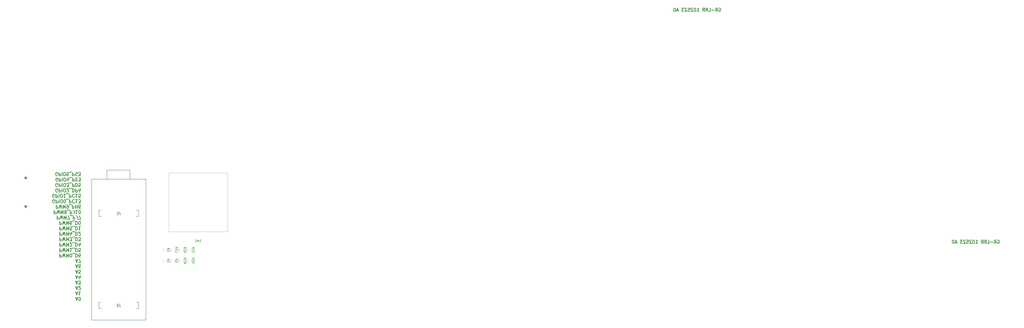
<source format=gbr>
%TF.GenerationSoftware,KiCad,Pcbnew,7.0.8*%
%TF.CreationDate,2023-10-25T17:14:19-06:00*%
%TF.ProjectId,GR-LRR-PCB,47522d4c-5252-42d5-9043-422e6b696361,rev?*%
%TF.SameCoordinates,Original*%
%TF.FileFunction,Legend,Bot*%
%TF.FilePolarity,Positive*%
%FSLAX46Y46*%
G04 Gerber Fmt 4.6, Leading zero omitted, Abs format (unit mm)*
G04 Created by KiCad (PCBNEW 7.0.8) date 2023-10-25 17:14:19*
%MOMM*%
%LPD*%
G01*
G04 APERTURE LIST*
%ADD10C,0.200000*%
%ADD11C,0.300000*%
%ADD12C,0.150000*%
%ADD13C,0.254000*%
%ADD14C,0.508000*%
%ADD15C,0.120000*%
%ADD16C,0.100000*%
G04 APERTURE END LIST*
D10*
X119100600Y-54538800D02*
X144500600Y-54538800D01*
X144500600Y-120578800D01*
X119100600Y-120578800D01*
X119100600Y-54538800D01*
X126230600Y-50338800D02*
X137020600Y-50338800D01*
X137020600Y-54538800D01*
X126230600Y-54538800D01*
X126230600Y-50338800D01*
D11*
X412803574Y25565523D02*
X412946432Y25640761D01*
X412946432Y25640761D02*
X413160717Y25640761D01*
X413160717Y25640761D02*
X413375003Y25565523D01*
X413375003Y25565523D02*
X413517860Y25415047D01*
X413517860Y25415047D02*
X413589289Y25264571D01*
X413589289Y25264571D02*
X413660717Y24963619D01*
X413660717Y24963619D02*
X413660717Y24737904D01*
X413660717Y24737904D02*
X413589289Y24436952D01*
X413589289Y24436952D02*
X413517860Y24286476D01*
X413517860Y24286476D02*
X413375003Y24136000D01*
X413375003Y24136000D02*
X413160717Y24060761D01*
X413160717Y24060761D02*
X413017860Y24060761D01*
X413017860Y24060761D02*
X412803574Y24136000D01*
X412803574Y24136000D02*
X412732146Y24211238D01*
X412732146Y24211238D02*
X412732146Y24737904D01*
X412732146Y24737904D02*
X413017860Y24737904D01*
X411232146Y24060761D02*
X411732146Y24813142D01*
X412089289Y24060761D02*
X412089289Y25640761D01*
X412089289Y25640761D02*
X411517860Y25640761D01*
X411517860Y25640761D02*
X411375003Y25565523D01*
X411375003Y25565523D02*
X411303574Y25490285D01*
X411303574Y25490285D02*
X411232146Y25339809D01*
X411232146Y25339809D02*
X411232146Y25114095D01*
X411232146Y25114095D02*
X411303574Y24963619D01*
X411303574Y24963619D02*
X411375003Y24888380D01*
X411375003Y24888380D02*
X411517860Y24813142D01*
X411517860Y24813142D02*
X412089289Y24813142D01*
X410589289Y24662666D02*
X409446432Y24662666D01*
X408017860Y24060761D02*
X408732146Y24060761D01*
X408732146Y24060761D02*
X408732146Y25640761D01*
X406660717Y24060761D02*
X407160717Y24813142D01*
X407517860Y24060761D02*
X407517860Y25640761D01*
X407517860Y25640761D02*
X406946431Y25640761D01*
X406946431Y25640761D02*
X406803574Y25565523D01*
X406803574Y25565523D02*
X406732145Y25490285D01*
X406732145Y25490285D02*
X406660717Y25339809D01*
X406660717Y25339809D02*
X406660717Y25114095D01*
X406660717Y25114095D02*
X406732145Y24963619D01*
X406732145Y24963619D02*
X406803574Y24888380D01*
X406803574Y24888380D02*
X406946431Y24813142D01*
X406946431Y24813142D02*
X407517860Y24813142D01*
X405160717Y24060761D02*
X405660717Y24813142D01*
X406017860Y24060761D02*
X406017860Y25640761D01*
X406017860Y25640761D02*
X405446431Y25640761D01*
X405446431Y25640761D02*
X405303574Y25565523D01*
X405303574Y25565523D02*
X405232145Y25490285D01*
X405232145Y25490285D02*
X405160717Y25339809D01*
X405160717Y25339809D02*
X405160717Y25114095D01*
X405160717Y25114095D02*
X405232145Y24963619D01*
X405232145Y24963619D02*
X405303574Y24888380D01*
X405303574Y24888380D02*
X405446431Y24813142D01*
X405446431Y24813142D02*
X406017860Y24813142D01*
X402589288Y24060761D02*
X403446431Y24060761D01*
X403017860Y24060761D02*
X403017860Y25640761D01*
X403017860Y25640761D02*
X403160717Y25415047D01*
X403160717Y25415047D02*
X403303574Y25264571D01*
X403303574Y25264571D02*
X403446431Y25189333D01*
X401660717Y25640761D02*
X401517860Y25640761D01*
X401517860Y25640761D02*
X401375003Y25565523D01*
X401375003Y25565523D02*
X401303575Y25490285D01*
X401303575Y25490285D02*
X401232146Y25339809D01*
X401232146Y25339809D02*
X401160717Y25038857D01*
X401160717Y25038857D02*
X401160717Y24662666D01*
X401160717Y24662666D02*
X401232146Y24361714D01*
X401232146Y24361714D02*
X401303575Y24211238D01*
X401303575Y24211238D02*
X401375003Y24136000D01*
X401375003Y24136000D02*
X401517860Y24060761D01*
X401517860Y24060761D02*
X401660717Y24060761D01*
X401660717Y24060761D02*
X401803575Y24136000D01*
X401803575Y24136000D02*
X401875003Y24211238D01*
X401875003Y24211238D02*
X401946432Y24361714D01*
X401946432Y24361714D02*
X402017860Y24662666D01*
X402017860Y24662666D02*
X402017860Y25038857D01*
X402017860Y25038857D02*
X401946432Y25339809D01*
X401946432Y25339809D02*
X401875003Y25490285D01*
X401875003Y25490285D02*
X401803575Y25565523D01*
X401803575Y25565523D02*
X401660717Y25640761D01*
X400589289Y25490285D02*
X400517861Y25565523D01*
X400517861Y25565523D02*
X400375004Y25640761D01*
X400375004Y25640761D02*
X400017861Y25640761D01*
X400017861Y25640761D02*
X399875004Y25565523D01*
X399875004Y25565523D02*
X399803575Y25490285D01*
X399803575Y25490285D02*
X399732146Y25339809D01*
X399732146Y25339809D02*
X399732146Y25189333D01*
X399732146Y25189333D02*
X399803575Y24963619D01*
X399803575Y24963619D02*
X400660718Y24060761D01*
X400660718Y24060761D02*
X399732146Y24060761D01*
X398375004Y25640761D02*
X399089290Y25640761D01*
X399089290Y25640761D02*
X399160718Y24888380D01*
X399160718Y24888380D02*
X399089290Y24963619D01*
X399089290Y24963619D02*
X398946433Y25038857D01*
X398946433Y25038857D02*
X398589290Y25038857D01*
X398589290Y25038857D02*
X398446433Y24963619D01*
X398446433Y24963619D02*
X398375004Y24888380D01*
X398375004Y24888380D02*
X398303575Y24737904D01*
X398303575Y24737904D02*
X398303575Y24361714D01*
X398303575Y24361714D02*
X398375004Y24211238D01*
X398375004Y24211238D02*
X398446433Y24136000D01*
X398446433Y24136000D02*
X398589290Y24060761D01*
X398589290Y24060761D02*
X398946433Y24060761D01*
X398946433Y24060761D02*
X399089290Y24136000D01*
X399089290Y24136000D02*
X399160718Y24211238D01*
X397732147Y25490285D02*
X397660719Y25565523D01*
X397660719Y25565523D02*
X397517862Y25640761D01*
X397517862Y25640761D02*
X397160719Y25640761D01*
X397160719Y25640761D02*
X397017862Y25565523D01*
X397017862Y25565523D02*
X396946433Y25490285D01*
X396946433Y25490285D02*
X396875004Y25339809D01*
X396875004Y25339809D02*
X396875004Y25189333D01*
X396875004Y25189333D02*
X396946433Y24963619D01*
X396946433Y24963619D02*
X397803576Y24060761D01*
X397803576Y24060761D02*
X396875004Y24060761D01*
X396375005Y25640761D02*
X395446433Y25640761D01*
X395446433Y25640761D02*
X395946433Y25038857D01*
X395946433Y25038857D02*
X395732148Y25038857D01*
X395732148Y25038857D02*
X395589291Y24963619D01*
X395589291Y24963619D02*
X395517862Y24888380D01*
X395517862Y24888380D02*
X395446433Y24737904D01*
X395446433Y24737904D02*
X395446433Y24361714D01*
X395446433Y24361714D02*
X395517862Y24211238D01*
X395517862Y24211238D02*
X395589291Y24136000D01*
X395589291Y24136000D02*
X395732148Y24060761D01*
X395732148Y24060761D02*
X396160719Y24060761D01*
X396160719Y24060761D02*
X396303576Y24136000D01*
X396303576Y24136000D02*
X396375005Y24211238D01*
X393732148Y24512190D02*
X393017863Y24512190D01*
X393875005Y24060761D02*
X393375005Y25640761D01*
X393375005Y25640761D02*
X392875005Y24060761D01*
X392089291Y25640761D02*
X391946434Y25640761D01*
X391946434Y25640761D02*
X391803577Y25565523D01*
X391803577Y25565523D02*
X391732149Y25490285D01*
X391732149Y25490285D02*
X391660720Y25339809D01*
X391660720Y25339809D02*
X391589291Y25038857D01*
X391589291Y25038857D02*
X391589291Y24662666D01*
X391589291Y24662666D02*
X391660720Y24361714D01*
X391660720Y24361714D02*
X391732149Y24211238D01*
X391732149Y24211238D02*
X391803577Y24136000D01*
X391803577Y24136000D02*
X391946434Y24060761D01*
X391946434Y24060761D02*
X392089291Y24060761D01*
X392089291Y24060761D02*
X392232149Y24136000D01*
X392232149Y24136000D02*
X392303577Y24211238D01*
X392303577Y24211238D02*
X392375006Y24361714D01*
X392375006Y24361714D02*
X392446434Y24662666D01*
X392446434Y24662666D02*
X392446434Y25038857D01*
X392446434Y25038857D02*
X392375006Y25339809D01*
X392375006Y25339809D02*
X392303577Y25490285D01*
X392303577Y25490285D02*
X392232149Y25565523D01*
X392232149Y25565523D02*
X392089291Y25640761D01*
X111750261Y-110379190D02*
X112464547Y-110379190D01*
X111607404Y-109927761D02*
X112107404Y-111507761D01*
X112107404Y-111507761D02*
X112607404Y-109927761D01*
X113393118Y-111507761D02*
X113535975Y-111507761D01*
X113535975Y-111507761D02*
X113678832Y-111432523D01*
X113678832Y-111432523D02*
X113750261Y-111357285D01*
X113750261Y-111357285D02*
X113821689Y-111206809D01*
X113821689Y-111206809D02*
X113893118Y-110905857D01*
X113893118Y-110905857D02*
X113893118Y-110529666D01*
X113893118Y-110529666D02*
X113821689Y-110228714D01*
X113821689Y-110228714D02*
X113750261Y-110078238D01*
X113750261Y-110078238D02*
X113678832Y-110003000D01*
X113678832Y-110003000D02*
X113535975Y-109927761D01*
X113535975Y-109927761D02*
X113393118Y-109927761D01*
X113393118Y-109927761D02*
X113250261Y-110003000D01*
X113250261Y-110003000D02*
X113178832Y-110078238D01*
X113178832Y-110078238D02*
X113107403Y-110228714D01*
X113107403Y-110228714D02*
X113035975Y-110529666D01*
X113035975Y-110529666D02*
X113035975Y-110905857D01*
X113035975Y-110905857D02*
X113107403Y-111206809D01*
X113107403Y-111206809D02*
X113178832Y-111357285D01*
X113178832Y-111357285D02*
X113250261Y-111432523D01*
X113250261Y-111432523D02*
X113393118Y-111507761D01*
X111750261Y-107835390D02*
X112464547Y-107835390D01*
X111607404Y-107383961D02*
X112107404Y-108963961D01*
X112107404Y-108963961D02*
X112607404Y-107383961D01*
X113893118Y-107383961D02*
X113035975Y-107383961D01*
X113464546Y-107383961D02*
X113464546Y-108963961D01*
X113464546Y-108963961D02*
X113321689Y-108738247D01*
X113321689Y-108738247D02*
X113178832Y-108587771D01*
X113178832Y-108587771D02*
X113035975Y-108512533D01*
X111750261Y-105291590D02*
X112464547Y-105291590D01*
X111607404Y-104840161D02*
X112107404Y-106420161D01*
X112107404Y-106420161D02*
X112607404Y-104840161D01*
X113035975Y-106269685D02*
X113107403Y-106344923D01*
X113107403Y-106344923D02*
X113250261Y-106420161D01*
X113250261Y-106420161D02*
X113607403Y-106420161D01*
X113607403Y-106420161D02*
X113750261Y-106344923D01*
X113750261Y-106344923D02*
X113821689Y-106269685D01*
X113821689Y-106269685D02*
X113893118Y-106119209D01*
X113893118Y-106119209D02*
X113893118Y-105968733D01*
X113893118Y-105968733D02*
X113821689Y-105743019D01*
X113821689Y-105743019D02*
X112964546Y-104840161D01*
X112964546Y-104840161D02*
X113893118Y-104840161D01*
X111750261Y-102747790D02*
X112464547Y-102747790D01*
X111607404Y-102296361D02*
X112107404Y-103876361D01*
X112107404Y-103876361D02*
X112607404Y-102296361D01*
X112964546Y-103876361D02*
X113893118Y-103876361D01*
X113893118Y-103876361D02*
X113393118Y-103274457D01*
X113393118Y-103274457D02*
X113607403Y-103274457D01*
X113607403Y-103274457D02*
X113750261Y-103199219D01*
X113750261Y-103199219D02*
X113821689Y-103123980D01*
X113821689Y-103123980D02*
X113893118Y-102973504D01*
X113893118Y-102973504D02*
X113893118Y-102597314D01*
X113893118Y-102597314D02*
X113821689Y-102446838D01*
X113821689Y-102446838D02*
X113750261Y-102371600D01*
X113750261Y-102371600D02*
X113607403Y-102296361D01*
X113607403Y-102296361D02*
X113178832Y-102296361D01*
X113178832Y-102296361D02*
X113035975Y-102371600D01*
X113035975Y-102371600D02*
X112964546Y-102446838D01*
X111750261Y-100203990D02*
X112464547Y-100203990D01*
X111607404Y-99752561D02*
X112107404Y-101332561D01*
X112107404Y-101332561D02*
X112607404Y-99752561D01*
X113750261Y-100805895D02*
X113750261Y-99752561D01*
X113393118Y-101407800D02*
X113035975Y-100279228D01*
X113035975Y-100279228D02*
X113964546Y-100279228D01*
X111750261Y-97660190D02*
X112464547Y-97660190D01*
X111607404Y-97208761D02*
X112107404Y-98788761D01*
X112107404Y-98788761D02*
X112607404Y-97208761D01*
X113821689Y-98788761D02*
X113107403Y-98788761D01*
X113107403Y-98788761D02*
X113035975Y-98036380D01*
X113035975Y-98036380D02*
X113107403Y-98111619D01*
X113107403Y-98111619D02*
X113250261Y-98186857D01*
X113250261Y-98186857D02*
X113607403Y-98186857D01*
X113607403Y-98186857D02*
X113750261Y-98111619D01*
X113750261Y-98111619D02*
X113821689Y-98036380D01*
X113821689Y-98036380D02*
X113893118Y-97885904D01*
X113893118Y-97885904D02*
X113893118Y-97509714D01*
X113893118Y-97509714D02*
X113821689Y-97359238D01*
X113821689Y-97359238D02*
X113750261Y-97284000D01*
X113750261Y-97284000D02*
X113607403Y-97208761D01*
X113607403Y-97208761D02*
X113250261Y-97208761D01*
X113250261Y-97208761D02*
X113107403Y-97284000D01*
X113107403Y-97284000D02*
X113035975Y-97359238D01*
X111750261Y-95116390D02*
X112464547Y-95116390D01*
X111607404Y-94664961D02*
X112107404Y-96244961D01*
X112107404Y-96244961D02*
X112607404Y-94664961D01*
X113750261Y-96244961D02*
X113464546Y-96244961D01*
X113464546Y-96244961D02*
X113321689Y-96169723D01*
X113321689Y-96169723D02*
X113250261Y-96094485D01*
X113250261Y-96094485D02*
X113107403Y-95868771D01*
X113107403Y-95868771D02*
X113035975Y-95567819D01*
X113035975Y-95567819D02*
X113035975Y-94965914D01*
X113035975Y-94965914D02*
X113107403Y-94815438D01*
X113107403Y-94815438D02*
X113178832Y-94740200D01*
X113178832Y-94740200D02*
X113321689Y-94664961D01*
X113321689Y-94664961D02*
X113607403Y-94664961D01*
X113607403Y-94664961D02*
X113750261Y-94740200D01*
X113750261Y-94740200D02*
X113821689Y-94815438D01*
X113821689Y-94815438D02*
X113893118Y-94965914D01*
X113893118Y-94965914D02*
X113893118Y-95342104D01*
X113893118Y-95342104D02*
X113821689Y-95492580D01*
X113821689Y-95492580D02*
X113750261Y-95567819D01*
X113750261Y-95567819D02*
X113607403Y-95643057D01*
X113607403Y-95643057D02*
X113321689Y-95643057D01*
X113321689Y-95643057D02*
X113178832Y-95567819D01*
X113178832Y-95567819D02*
X113107403Y-95492580D01*
X113107403Y-95492580D02*
X113035975Y-95342104D01*
X111750261Y-92572590D02*
X112464547Y-92572590D01*
X111607404Y-92121161D02*
X112107404Y-93701161D01*
X112107404Y-93701161D02*
X112607404Y-92121161D01*
X112964546Y-93701161D02*
X113964546Y-93701161D01*
X113964546Y-93701161D02*
X113321689Y-92121161D01*
X104107403Y-89577361D02*
X104107403Y-91157361D01*
X104107403Y-91157361D02*
X104678832Y-91157361D01*
X104678832Y-91157361D02*
X104821689Y-91082123D01*
X104821689Y-91082123D02*
X104893118Y-91006885D01*
X104893118Y-91006885D02*
X104964546Y-90856409D01*
X104964546Y-90856409D02*
X104964546Y-90630695D01*
X104964546Y-90630695D02*
X104893118Y-90480219D01*
X104893118Y-90480219D02*
X104821689Y-90404980D01*
X104821689Y-90404980D02*
X104678832Y-90329742D01*
X104678832Y-90329742D02*
X104107403Y-90329742D01*
X105464546Y-91157361D02*
X105821689Y-89577361D01*
X105821689Y-89577361D02*
X106107403Y-90705933D01*
X106107403Y-90705933D02*
X106393118Y-89577361D01*
X106393118Y-89577361D02*
X106750261Y-91157361D01*
X107321689Y-89577361D02*
X107321689Y-91157361D01*
X107321689Y-91157361D02*
X107821689Y-90028790D01*
X107821689Y-90028790D02*
X108321689Y-91157361D01*
X108321689Y-91157361D02*
X108321689Y-89577361D01*
X109321690Y-91157361D02*
X109464547Y-91157361D01*
X109464547Y-91157361D02*
X109607404Y-91082123D01*
X109607404Y-91082123D02*
X109678833Y-91006885D01*
X109678833Y-91006885D02*
X109750261Y-90856409D01*
X109750261Y-90856409D02*
X109821690Y-90555457D01*
X109821690Y-90555457D02*
X109821690Y-90179266D01*
X109821690Y-90179266D02*
X109750261Y-89878314D01*
X109750261Y-89878314D02*
X109678833Y-89727838D01*
X109678833Y-89727838D02*
X109607404Y-89652600D01*
X109607404Y-89652600D02*
X109464547Y-89577361D01*
X109464547Y-89577361D02*
X109321690Y-89577361D01*
X109321690Y-89577361D02*
X109178833Y-89652600D01*
X109178833Y-89652600D02*
X109107404Y-89727838D01*
X109107404Y-89727838D02*
X109035975Y-89878314D01*
X109035975Y-89878314D02*
X108964547Y-90179266D01*
X108964547Y-90179266D02*
X108964547Y-90555457D01*
X108964547Y-90555457D02*
X109035975Y-90856409D01*
X109035975Y-90856409D02*
X109107404Y-91006885D01*
X109107404Y-91006885D02*
X109178833Y-91082123D01*
X109178833Y-91082123D02*
X109321690Y-91157361D01*
X110107404Y-89426885D02*
X111250261Y-89426885D01*
X111607403Y-89577361D02*
X111607403Y-91157361D01*
X111607403Y-91157361D02*
X111964546Y-91157361D01*
X111964546Y-91157361D02*
X112178832Y-91082123D01*
X112178832Y-91082123D02*
X112321689Y-90931647D01*
X112321689Y-90931647D02*
X112393118Y-90781171D01*
X112393118Y-90781171D02*
X112464546Y-90480219D01*
X112464546Y-90480219D02*
X112464546Y-90254504D01*
X112464546Y-90254504D02*
X112393118Y-89953552D01*
X112393118Y-89953552D02*
X112321689Y-89803076D01*
X112321689Y-89803076D02*
X112178832Y-89652600D01*
X112178832Y-89652600D02*
X111964546Y-89577361D01*
X111964546Y-89577361D02*
X111607403Y-89577361D01*
X113750261Y-91157361D02*
X113464546Y-91157361D01*
X113464546Y-91157361D02*
X113321689Y-91082123D01*
X113321689Y-91082123D02*
X113250261Y-91006885D01*
X113250261Y-91006885D02*
X113107403Y-90781171D01*
X113107403Y-90781171D02*
X113035975Y-90480219D01*
X113035975Y-90480219D02*
X113035975Y-89878314D01*
X113035975Y-89878314D02*
X113107403Y-89727838D01*
X113107403Y-89727838D02*
X113178832Y-89652600D01*
X113178832Y-89652600D02*
X113321689Y-89577361D01*
X113321689Y-89577361D02*
X113607403Y-89577361D01*
X113607403Y-89577361D02*
X113750261Y-89652600D01*
X113750261Y-89652600D02*
X113821689Y-89727838D01*
X113821689Y-89727838D02*
X113893118Y-89878314D01*
X113893118Y-89878314D02*
X113893118Y-90254504D01*
X113893118Y-90254504D02*
X113821689Y-90404980D01*
X113821689Y-90404980D02*
X113750261Y-90480219D01*
X113750261Y-90480219D02*
X113607403Y-90555457D01*
X113607403Y-90555457D02*
X113321689Y-90555457D01*
X113321689Y-90555457D02*
X113178832Y-90480219D01*
X113178832Y-90480219D02*
X113107403Y-90404980D01*
X113107403Y-90404980D02*
X113035975Y-90254504D01*
X104107403Y-87033561D02*
X104107403Y-88613561D01*
X104107403Y-88613561D02*
X104678832Y-88613561D01*
X104678832Y-88613561D02*
X104821689Y-88538323D01*
X104821689Y-88538323D02*
X104893118Y-88463085D01*
X104893118Y-88463085D02*
X104964546Y-88312609D01*
X104964546Y-88312609D02*
X104964546Y-88086895D01*
X104964546Y-88086895D02*
X104893118Y-87936419D01*
X104893118Y-87936419D02*
X104821689Y-87861180D01*
X104821689Y-87861180D02*
X104678832Y-87785942D01*
X104678832Y-87785942D02*
X104107403Y-87785942D01*
X105464546Y-88613561D02*
X105821689Y-87033561D01*
X105821689Y-87033561D02*
X106107403Y-88162133D01*
X106107403Y-88162133D02*
X106393118Y-87033561D01*
X106393118Y-87033561D02*
X106750261Y-88613561D01*
X107321689Y-87033561D02*
X107321689Y-88613561D01*
X107321689Y-88613561D02*
X107821689Y-87484990D01*
X107821689Y-87484990D02*
X108321689Y-88613561D01*
X108321689Y-88613561D02*
X108321689Y-87033561D01*
X109821690Y-87033561D02*
X108964547Y-87033561D01*
X109393118Y-87033561D02*
X109393118Y-88613561D01*
X109393118Y-88613561D02*
X109250261Y-88387847D01*
X109250261Y-88387847D02*
X109107404Y-88237371D01*
X109107404Y-88237371D02*
X108964547Y-88162133D01*
X110107404Y-86883085D02*
X111250261Y-86883085D01*
X111607403Y-87033561D02*
X111607403Y-88613561D01*
X111607403Y-88613561D02*
X111964546Y-88613561D01*
X111964546Y-88613561D02*
X112178832Y-88538323D01*
X112178832Y-88538323D02*
X112321689Y-88387847D01*
X112321689Y-88387847D02*
X112393118Y-88237371D01*
X112393118Y-88237371D02*
X112464546Y-87936419D01*
X112464546Y-87936419D02*
X112464546Y-87710704D01*
X112464546Y-87710704D02*
X112393118Y-87409752D01*
X112393118Y-87409752D02*
X112321689Y-87259276D01*
X112321689Y-87259276D02*
X112178832Y-87108800D01*
X112178832Y-87108800D02*
X111964546Y-87033561D01*
X111964546Y-87033561D02*
X111607403Y-87033561D01*
X113821689Y-88613561D02*
X113107403Y-88613561D01*
X113107403Y-88613561D02*
X113035975Y-87861180D01*
X113035975Y-87861180D02*
X113107403Y-87936419D01*
X113107403Y-87936419D02*
X113250261Y-88011657D01*
X113250261Y-88011657D02*
X113607403Y-88011657D01*
X113607403Y-88011657D02*
X113750261Y-87936419D01*
X113750261Y-87936419D02*
X113821689Y-87861180D01*
X113821689Y-87861180D02*
X113893118Y-87710704D01*
X113893118Y-87710704D02*
X113893118Y-87334514D01*
X113893118Y-87334514D02*
X113821689Y-87184038D01*
X113821689Y-87184038D02*
X113750261Y-87108800D01*
X113750261Y-87108800D02*
X113607403Y-87033561D01*
X113607403Y-87033561D02*
X113250261Y-87033561D01*
X113250261Y-87033561D02*
X113107403Y-87108800D01*
X113107403Y-87108800D02*
X113035975Y-87184038D01*
X104107403Y-84489761D02*
X104107403Y-86069761D01*
X104107403Y-86069761D02*
X104678832Y-86069761D01*
X104678832Y-86069761D02*
X104821689Y-85994523D01*
X104821689Y-85994523D02*
X104893118Y-85919285D01*
X104893118Y-85919285D02*
X104964546Y-85768809D01*
X104964546Y-85768809D02*
X104964546Y-85543095D01*
X104964546Y-85543095D02*
X104893118Y-85392619D01*
X104893118Y-85392619D02*
X104821689Y-85317380D01*
X104821689Y-85317380D02*
X104678832Y-85242142D01*
X104678832Y-85242142D02*
X104107403Y-85242142D01*
X105464546Y-86069761D02*
X105821689Y-84489761D01*
X105821689Y-84489761D02*
X106107403Y-85618333D01*
X106107403Y-85618333D02*
X106393118Y-84489761D01*
X106393118Y-84489761D02*
X106750261Y-86069761D01*
X107321689Y-84489761D02*
X107321689Y-86069761D01*
X107321689Y-86069761D02*
X107821689Y-84941190D01*
X107821689Y-84941190D02*
X108321689Y-86069761D01*
X108321689Y-86069761D02*
X108321689Y-84489761D01*
X108964547Y-85919285D02*
X109035975Y-85994523D01*
X109035975Y-85994523D02*
X109178833Y-86069761D01*
X109178833Y-86069761D02*
X109535975Y-86069761D01*
X109535975Y-86069761D02*
X109678833Y-85994523D01*
X109678833Y-85994523D02*
X109750261Y-85919285D01*
X109750261Y-85919285D02*
X109821690Y-85768809D01*
X109821690Y-85768809D02*
X109821690Y-85618333D01*
X109821690Y-85618333D02*
X109750261Y-85392619D01*
X109750261Y-85392619D02*
X108893118Y-84489761D01*
X108893118Y-84489761D02*
X109821690Y-84489761D01*
X110107404Y-84339285D02*
X111250261Y-84339285D01*
X111607403Y-84489761D02*
X111607403Y-86069761D01*
X111607403Y-86069761D02*
X111964546Y-86069761D01*
X111964546Y-86069761D02*
X112178832Y-85994523D01*
X112178832Y-85994523D02*
X112321689Y-85844047D01*
X112321689Y-85844047D02*
X112393118Y-85693571D01*
X112393118Y-85693571D02*
X112464546Y-85392619D01*
X112464546Y-85392619D02*
X112464546Y-85166904D01*
X112464546Y-85166904D02*
X112393118Y-84865952D01*
X112393118Y-84865952D02*
X112321689Y-84715476D01*
X112321689Y-84715476D02*
X112178832Y-84565000D01*
X112178832Y-84565000D02*
X111964546Y-84489761D01*
X111964546Y-84489761D02*
X111607403Y-84489761D01*
X113750261Y-85543095D02*
X113750261Y-84489761D01*
X113393118Y-86145000D02*
X113035975Y-85016428D01*
X113035975Y-85016428D02*
X113964546Y-85016428D01*
X104107403Y-81945961D02*
X104107403Y-83525961D01*
X104107403Y-83525961D02*
X104678832Y-83525961D01*
X104678832Y-83525961D02*
X104821689Y-83450723D01*
X104821689Y-83450723D02*
X104893118Y-83375485D01*
X104893118Y-83375485D02*
X104964546Y-83225009D01*
X104964546Y-83225009D02*
X104964546Y-82999295D01*
X104964546Y-82999295D02*
X104893118Y-82848819D01*
X104893118Y-82848819D02*
X104821689Y-82773580D01*
X104821689Y-82773580D02*
X104678832Y-82698342D01*
X104678832Y-82698342D02*
X104107403Y-82698342D01*
X105464546Y-83525961D02*
X105821689Y-81945961D01*
X105821689Y-81945961D02*
X106107403Y-83074533D01*
X106107403Y-83074533D02*
X106393118Y-81945961D01*
X106393118Y-81945961D02*
X106750261Y-83525961D01*
X107321689Y-81945961D02*
X107321689Y-83525961D01*
X107321689Y-83525961D02*
X107821689Y-82397390D01*
X107821689Y-82397390D02*
X108321689Y-83525961D01*
X108321689Y-83525961D02*
X108321689Y-81945961D01*
X108893118Y-83525961D02*
X109821690Y-83525961D01*
X109821690Y-83525961D02*
X109321690Y-82924057D01*
X109321690Y-82924057D02*
X109535975Y-82924057D01*
X109535975Y-82924057D02*
X109678833Y-82848819D01*
X109678833Y-82848819D02*
X109750261Y-82773580D01*
X109750261Y-82773580D02*
X109821690Y-82623104D01*
X109821690Y-82623104D02*
X109821690Y-82246914D01*
X109821690Y-82246914D02*
X109750261Y-82096438D01*
X109750261Y-82096438D02*
X109678833Y-82021200D01*
X109678833Y-82021200D02*
X109535975Y-81945961D01*
X109535975Y-81945961D02*
X109107404Y-81945961D01*
X109107404Y-81945961D02*
X108964547Y-82021200D01*
X108964547Y-82021200D02*
X108893118Y-82096438D01*
X110107404Y-81795485D02*
X111250261Y-81795485D01*
X111607403Y-81945961D02*
X111607403Y-83525961D01*
X111607403Y-83525961D02*
X111964546Y-83525961D01*
X111964546Y-83525961D02*
X112178832Y-83450723D01*
X112178832Y-83450723D02*
X112321689Y-83300247D01*
X112321689Y-83300247D02*
X112393118Y-83149771D01*
X112393118Y-83149771D02*
X112464546Y-82848819D01*
X112464546Y-82848819D02*
X112464546Y-82623104D01*
X112464546Y-82623104D02*
X112393118Y-82322152D01*
X112393118Y-82322152D02*
X112321689Y-82171676D01*
X112321689Y-82171676D02*
X112178832Y-82021200D01*
X112178832Y-82021200D02*
X111964546Y-81945961D01*
X111964546Y-81945961D02*
X111607403Y-81945961D01*
X112964546Y-83525961D02*
X113893118Y-83525961D01*
X113893118Y-83525961D02*
X113393118Y-82924057D01*
X113393118Y-82924057D02*
X113607403Y-82924057D01*
X113607403Y-82924057D02*
X113750261Y-82848819D01*
X113750261Y-82848819D02*
X113821689Y-82773580D01*
X113821689Y-82773580D02*
X113893118Y-82623104D01*
X113893118Y-82623104D02*
X113893118Y-82246914D01*
X113893118Y-82246914D02*
X113821689Y-82096438D01*
X113821689Y-82096438D02*
X113750261Y-82021200D01*
X113750261Y-82021200D02*
X113607403Y-81945961D01*
X113607403Y-81945961D02*
X113178832Y-81945961D01*
X113178832Y-81945961D02*
X113035975Y-82021200D01*
X113035975Y-82021200D02*
X112964546Y-82096438D01*
X104107403Y-79402161D02*
X104107403Y-80982161D01*
X104107403Y-80982161D02*
X104678832Y-80982161D01*
X104678832Y-80982161D02*
X104821689Y-80906923D01*
X104821689Y-80906923D02*
X104893118Y-80831685D01*
X104893118Y-80831685D02*
X104964546Y-80681209D01*
X104964546Y-80681209D02*
X104964546Y-80455495D01*
X104964546Y-80455495D02*
X104893118Y-80305019D01*
X104893118Y-80305019D02*
X104821689Y-80229780D01*
X104821689Y-80229780D02*
X104678832Y-80154542D01*
X104678832Y-80154542D02*
X104107403Y-80154542D01*
X105464546Y-80982161D02*
X105821689Y-79402161D01*
X105821689Y-79402161D02*
X106107403Y-80530733D01*
X106107403Y-80530733D02*
X106393118Y-79402161D01*
X106393118Y-79402161D02*
X106750261Y-80982161D01*
X107321689Y-79402161D02*
X107321689Y-80982161D01*
X107321689Y-80982161D02*
X107821689Y-79853590D01*
X107821689Y-79853590D02*
X108321689Y-80982161D01*
X108321689Y-80982161D02*
X108321689Y-79402161D01*
X109678833Y-80455495D02*
X109678833Y-79402161D01*
X109321690Y-81057400D02*
X108964547Y-79928828D01*
X108964547Y-79928828D02*
X109893118Y-79928828D01*
X110107404Y-79251685D02*
X111250261Y-79251685D01*
X111607403Y-79402161D02*
X111607403Y-80982161D01*
X111607403Y-80982161D02*
X111964546Y-80982161D01*
X111964546Y-80982161D02*
X112178832Y-80906923D01*
X112178832Y-80906923D02*
X112321689Y-80756447D01*
X112321689Y-80756447D02*
X112393118Y-80605971D01*
X112393118Y-80605971D02*
X112464546Y-80305019D01*
X112464546Y-80305019D02*
X112464546Y-80079304D01*
X112464546Y-80079304D02*
X112393118Y-79778352D01*
X112393118Y-79778352D02*
X112321689Y-79627876D01*
X112321689Y-79627876D02*
X112178832Y-79477400D01*
X112178832Y-79477400D02*
X111964546Y-79402161D01*
X111964546Y-79402161D02*
X111607403Y-79402161D01*
X113035975Y-80831685D02*
X113107403Y-80906923D01*
X113107403Y-80906923D02*
X113250261Y-80982161D01*
X113250261Y-80982161D02*
X113607403Y-80982161D01*
X113607403Y-80982161D02*
X113750261Y-80906923D01*
X113750261Y-80906923D02*
X113821689Y-80831685D01*
X113821689Y-80831685D02*
X113893118Y-80681209D01*
X113893118Y-80681209D02*
X113893118Y-80530733D01*
X113893118Y-80530733D02*
X113821689Y-80305019D01*
X113821689Y-80305019D02*
X112964546Y-79402161D01*
X112964546Y-79402161D02*
X113893118Y-79402161D01*
X104107403Y-76858361D02*
X104107403Y-78438361D01*
X104107403Y-78438361D02*
X104678832Y-78438361D01*
X104678832Y-78438361D02*
X104821689Y-78363123D01*
X104821689Y-78363123D02*
X104893118Y-78287885D01*
X104893118Y-78287885D02*
X104964546Y-78137409D01*
X104964546Y-78137409D02*
X104964546Y-77911695D01*
X104964546Y-77911695D02*
X104893118Y-77761219D01*
X104893118Y-77761219D02*
X104821689Y-77685980D01*
X104821689Y-77685980D02*
X104678832Y-77610742D01*
X104678832Y-77610742D02*
X104107403Y-77610742D01*
X105464546Y-78438361D02*
X105821689Y-76858361D01*
X105821689Y-76858361D02*
X106107403Y-77986933D01*
X106107403Y-77986933D02*
X106393118Y-76858361D01*
X106393118Y-76858361D02*
X106750261Y-78438361D01*
X107321689Y-76858361D02*
X107321689Y-78438361D01*
X107321689Y-78438361D02*
X107821689Y-77309790D01*
X107821689Y-77309790D02*
X108321689Y-78438361D01*
X108321689Y-78438361D02*
X108321689Y-76858361D01*
X109750261Y-78438361D02*
X109035975Y-78438361D01*
X109035975Y-78438361D02*
X108964547Y-77685980D01*
X108964547Y-77685980D02*
X109035975Y-77761219D01*
X109035975Y-77761219D02*
X109178833Y-77836457D01*
X109178833Y-77836457D02*
X109535975Y-77836457D01*
X109535975Y-77836457D02*
X109678833Y-77761219D01*
X109678833Y-77761219D02*
X109750261Y-77685980D01*
X109750261Y-77685980D02*
X109821690Y-77535504D01*
X109821690Y-77535504D02*
X109821690Y-77159314D01*
X109821690Y-77159314D02*
X109750261Y-77008838D01*
X109750261Y-77008838D02*
X109678833Y-76933600D01*
X109678833Y-76933600D02*
X109535975Y-76858361D01*
X109535975Y-76858361D02*
X109178833Y-76858361D01*
X109178833Y-76858361D02*
X109035975Y-76933600D01*
X109035975Y-76933600D02*
X108964547Y-77008838D01*
X110107404Y-76707885D02*
X111250261Y-76707885D01*
X111607403Y-76858361D02*
X111607403Y-78438361D01*
X111607403Y-78438361D02*
X111964546Y-78438361D01*
X111964546Y-78438361D02*
X112178832Y-78363123D01*
X112178832Y-78363123D02*
X112321689Y-78212647D01*
X112321689Y-78212647D02*
X112393118Y-78062171D01*
X112393118Y-78062171D02*
X112464546Y-77761219D01*
X112464546Y-77761219D02*
X112464546Y-77535504D01*
X112464546Y-77535504D02*
X112393118Y-77234552D01*
X112393118Y-77234552D02*
X112321689Y-77084076D01*
X112321689Y-77084076D02*
X112178832Y-76933600D01*
X112178832Y-76933600D02*
X111964546Y-76858361D01*
X111964546Y-76858361D02*
X111607403Y-76858361D01*
X113893118Y-76858361D02*
X113035975Y-76858361D01*
X113464546Y-76858361D02*
X113464546Y-78438361D01*
X113464546Y-78438361D02*
X113321689Y-78212647D01*
X113321689Y-78212647D02*
X113178832Y-78062171D01*
X113178832Y-78062171D02*
X113035975Y-77986933D01*
X104107403Y-74314561D02*
X104107403Y-75894561D01*
X104107403Y-75894561D02*
X104678832Y-75894561D01*
X104678832Y-75894561D02*
X104821689Y-75819323D01*
X104821689Y-75819323D02*
X104893118Y-75744085D01*
X104893118Y-75744085D02*
X104964546Y-75593609D01*
X104964546Y-75593609D02*
X104964546Y-75367895D01*
X104964546Y-75367895D02*
X104893118Y-75217419D01*
X104893118Y-75217419D02*
X104821689Y-75142180D01*
X104821689Y-75142180D02*
X104678832Y-75066942D01*
X104678832Y-75066942D02*
X104107403Y-75066942D01*
X105464546Y-75894561D02*
X105821689Y-74314561D01*
X105821689Y-74314561D02*
X106107403Y-75443133D01*
X106107403Y-75443133D02*
X106393118Y-74314561D01*
X106393118Y-74314561D02*
X106750261Y-75894561D01*
X107321689Y-74314561D02*
X107321689Y-75894561D01*
X107321689Y-75894561D02*
X107821689Y-74765990D01*
X107821689Y-74765990D02*
X108321689Y-75894561D01*
X108321689Y-75894561D02*
X108321689Y-74314561D01*
X109678833Y-75894561D02*
X109393118Y-75894561D01*
X109393118Y-75894561D02*
X109250261Y-75819323D01*
X109250261Y-75819323D02*
X109178833Y-75744085D01*
X109178833Y-75744085D02*
X109035975Y-75518371D01*
X109035975Y-75518371D02*
X108964547Y-75217419D01*
X108964547Y-75217419D02*
X108964547Y-74615514D01*
X108964547Y-74615514D02*
X109035975Y-74465038D01*
X109035975Y-74465038D02*
X109107404Y-74389800D01*
X109107404Y-74389800D02*
X109250261Y-74314561D01*
X109250261Y-74314561D02*
X109535975Y-74314561D01*
X109535975Y-74314561D02*
X109678833Y-74389800D01*
X109678833Y-74389800D02*
X109750261Y-74465038D01*
X109750261Y-74465038D02*
X109821690Y-74615514D01*
X109821690Y-74615514D02*
X109821690Y-74991704D01*
X109821690Y-74991704D02*
X109750261Y-75142180D01*
X109750261Y-75142180D02*
X109678833Y-75217419D01*
X109678833Y-75217419D02*
X109535975Y-75292657D01*
X109535975Y-75292657D02*
X109250261Y-75292657D01*
X109250261Y-75292657D02*
X109107404Y-75217419D01*
X109107404Y-75217419D02*
X109035975Y-75142180D01*
X109035975Y-75142180D02*
X108964547Y-74991704D01*
X110107404Y-74164085D02*
X111250261Y-74164085D01*
X111607403Y-74314561D02*
X111607403Y-75894561D01*
X111607403Y-75894561D02*
X111964546Y-75894561D01*
X111964546Y-75894561D02*
X112178832Y-75819323D01*
X112178832Y-75819323D02*
X112321689Y-75668847D01*
X112321689Y-75668847D02*
X112393118Y-75518371D01*
X112393118Y-75518371D02*
X112464546Y-75217419D01*
X112464546Y-75217419D02*
X112464546Y-74991704D01*
X112464546Y-74991704D02*
X112393118Y-74690752D01*
X112393118Y-74690752D02*
X112321689Y-74540276D01*
X112321689Y-74540276D02*
X112178832Y-74389800D01*
X112178832Y-74389800D02*
X111964546Y-74314561D01*
X111964546Y-74314561D02*
X111607403Y-74314561D01*
X113393118Y-75894561D02*
X113535975Y-75894561D01*
X113535975Y-75894561D02*
X113678832Y-75819323D01*
X113678832Y-75819323D02*
X113750261Y-75744085D01*
X113750261Y-75744085D02*
X113821689Y-75593609D01*
X113821689Y-75593609D02*
X113893118Y-75292657D01*
X113893118Y-75292657D02*
X113893118Y-74916466D01*
X113893118Y-74916466D02*
X113821689Y-74615514D01*
X113821689Y-74615514D02*
X113750261Y-74465038D01*
X113750261Y-74465038D02*
X113678832Y-74389800D01*
X113678832Y-74389800D02*
X113535975Y-74314561D01*
X113535975Y-74314561D02*
X113393118Y-74314561D01*
X113393118Y-74314561D02*
X113250261Y-74389800D01*
X113250261Y-74389800D02*
X113178832Y-74465038D01*
X113178832Y-74465038D02*
X113107403Y-74615514D01*
X113107403Y-74615514D02*
X113035975Y-74916466D01*
X113035975Y-74916466D02*
X113035975Y-75292657D01*
X113035975Y-75292657D02*
X113107403Y-75593609D01*
X113107403Y-75593609D02*
X113178832Y-75744085D01*
X113178832Y-75744085D02*
X113250261Y-75819323D01*
X113250261Y-75819323D02*
X113393118Y-75894561D01*
X102964546Y-71770761D02*
X102964546Y-73350761D01*
X102964546Y-73350761D02*
X103535975Y-73350761D01*
X103535975Y-73350761D02*
X103678832Y-73275523D01*
X103678832Y-73275523D02*
X103750261Y-73200285D01*
X103750261Y-73200285D02*
X103821689Y-73049809D01*
X103821689Y-73049809D02*
X103821689Y-72824095D01*
X103821689Y-72824095D02*
X103750261Y-72673619D01*
X103750261Y-72673619D02*
X103678832Y-72598380D01*
X103678832Y-72598380D02*
X103535975Y-72523142D01*
X103535975Y-72523142D02*
X102964546Y-72523142D01*
X104321689Y-73350761D02*
X104678832Y-71770761D01*
X104678832Y-71770761D02*
X104964546Y-72899333D01*
X104964546Y-72899333D02*
X105250261Y-71770761D01*
X105250261Y-71770761D02*
X105607404Y-73350761D01*
X106178832Y-71770761D02*
X106178832Y-73350761D01*
X106178832Y-73350761D02*
X106678832Y-72222190D01*
X106678832Y-72222190D02*
X107178832Y-73350761D01*
X107178832Y-73350761D02*
X107178832Y-71770761D01*
X107750261Y-73350761D02*
X108750261Y-73350761D01*
X108750261Y-73350761D02*
X108107404Y-71770761D01*
X108964547Y-71620285D02*
X110107404Y-71620285D01*
X110464546Y-71770761D02*
X110464546Y-73350761D01*
X110464546Y-73350761D02*
X111035975Y-73350761D01*
X111035975Y-73350761D02*
X111178832Y-73275523D01*
X111178832Y-73275523D02*
X111250261Y-73200285D01*
X111250261Y-73200285D02*
X111321689Y-73049809D01*
X111321689Y-73049809D02*
X111321689Y-72824095D01*
X111321689Y-72824095D02*
X111250261Y-72673619D01*
X111250261Y-72673619D02*
X111178832Y-72598380D01*
X111178832Y-72598380D02*
X111035975Y-72523142D01*
X111035975Y-72523142D02*
X110464546Y-72523142D01*
X112393118Y-73350761D02*
X112393118Y-72222190D01*
X112393118Y-72222190D02*
X112321689Y-71996476D01*
X112321689Y-71996476D02*
X112178832Y-71846000D01*
X112178832Y-71846000D02*
X111964546Y-71770761D01*
X111964546Y-71770761D02*
X111821689Y-71770761D01*
X112964546Y-73350761D02*
X113964546Y-73350761D01*
X113964546Y-73350761D02*
X113321689Y-71770761D01*
X101535975Y-69226961D02*
X101535975Y-70806961D01*
X101535975Y-70806961D02*
X102107404Y-70806961D01*
X102107404Y-70806961D02*
X102250261Y-70731723D01*
X102250261Y-70731723D02*
X102321690Y-70656485D01*
X102321690Y-70656485D02*
X102393118Y-70506009D01*
X102393118Y-70506009D02*
X102393118Y-70280295D01*
X102393118Y-70280295D02*
X102321690Y-70129819D01*
X102321690Y-70129819D02*
X102250261Y-70054580D01*
X102250261Y-70054580D02*
X102107404Y-69979342D01*
X102107404Y-69979342D02*
X101535975Y-69979342D01*
X102893118Y-70806961D02*
X103250261Y-69226961D01*
X103250261Y-69226961D02*
X103535975Y-70355533D01*
X103535975Y-70355533D02*
X103821690Y-69226961D01*
X103821690Y-69226961D02*
X104178833Y-70806961D01*
X104750261Y-69226961D02*
X104750261Y-70806961D01*
X104750261Y-70806961D02*
X105250261Y-69678390D01*
X105250261Y-69678390D02*
X105750261Y-70806961D01*
X105750261Y-70806961D02*
X105750261Y-69226961D01*
X106678833Y-70129819D02*
X106535976Y-70205057D01*
X106535976Y-70205057D02*
X106464547Y-70280295D01*
X106464547Y-70280295D02*
X106393119Y-70430771D01*
X106393119Y-70430771D02*
X106393119Y-70506009D01*
X106393119Y-70506009D02*
X106464547Y-70656485D01*
X106464547Y-70656485D02*
X106535976Y-70731723D01*
X106535976Y-70731723D02*
X106678833Y-70806961D01*
X106678833Y-70806961D02*
X106964547Y-70806961D01*
X106964547Y-70806961D02*
X107107405Y-70731723D01*
X107107405Y-70731723D02*
X107178833Y-70656485D01*
X107178833Y-70656485D02*
X107250262Y-70506009D01*
X107250262Y-70506009D02*
X107250262Y-70430771D01*
X107250262Y-70430771D02*
X107178833Y-70280295D01*
X107178833Y-70280295D02*
X107107405Y-70205057D01*
X107107405Y-70205057D02*
X106964547Y-70129819D01*
X106964547Y-70129819D02*
X106678833Y-70129819D01*
X106678833Y-70129819D02*
X106535976Y-70054580D01*
X106535976Y-70054580D02*
X106464547Y-69979342D01*
X106464547Y-69979342D02*
X106393119Y-69828866D01*
X106393119Y-69828866D02*
X106393119Y-69527914D01*
X106393119Y-69527914D02*
X106464547Y-69377438D01*
X106464547Y-69377438D02*
X106535976Y-69302200D01*
X106535976Y-69302200D02*
X106678833Y-69226961D01*
X106678833Y-69226961D02*
X106964547Y-69226961D01*
X106964547Y-69226961D02*
X107107405Y-69302200D01*
X107107405Y-69302200D02*
X107178833Y-69377438D01*
X107178833Y-69377438D02*
X107250262Y-69527914D01*
X107250262Y-69527914D02*
X107250262Y-69828866D01*
X107250262Y-69828866D02*
X107178833Y-69979342D01*
X107178833Y-69979342D02*
X107107405Y-70054580D01*
X107107405Y-70054580D02*
X106964547Y-70129819D01*
X107535976Y-69076485D02*
X108678833Y-69076485D01*
X109035975Y-69226961D02*
X109035975Y-70806961D01*
X109035975Y-70806961D02*
X109607404Y-70806961D01*
X109607404Y-70806961D02*
X109750261Y-70731723D01*
X109750261Y-70731723D02*
X109821690Y-70656485D01*
X109821690Y-70656485D02*
X109893118Y-70506009D01*
X109893118Y-70506009D02*
X109893118Y-70280295D01*
X109893118Y-70280295D02*
X109821690Y-70129819D01*
X109821690Y-70129819D02*
X109750261Y-70054580D01*
X109750261Y-70054580D02*
X109607404Y-69979342D01*
X109607404Y-69979342D02*
X109035975Y-69979342D01*
X110964547Y-70806961D02*
X110964547Y-69678390D01*
X110964547Y-69678390D02*
X110893118Y-69452676D01*
X110893118Y-69452676D02*
X110750261Y-69302200D01*
X110750261Y-69302200D02*
X110535975Y-69226961D01*
X110535975Y-69226961D02*
X110393118Y-69226961D01*
X112464547Y-69226961D02*
X111607404Y-69226961D01*
X112035975Y-69226961D02*
X112035975Y-70806961D01*
X112035975Y-70806961D02*
X111893118Y-70581247D01*
X111893118Y-70581247D02*
X111750261Y-70430771D01*
X111750261Y-70430771D02*
X111607404Y-70355533D01*
X113393118Y-70806961D02*
X113535975Y-70806961D01*
X113535975Y-70806961D02*
X113678832Y-70731723D01*
X113678832Y-70731723D02*
X113750261Y-70656485D01*
X113750261Y-70656485D02*
X113821689Y-70506009D01*
X113821689Y-70506009D02*
X113893118Y-70205057D01*
X113893118Y-70205057D02*
X113893118Y-69828866D01*
X113893118Y-69828866D02*
X113821689Y-69527914D01*
X113821689Y-69527914D02*
X113750261Y-69377438D01*
X113750261Y-69377438D02*
X113678832Y-69302200D01*
X113678832Y-69302200D02*
X113535975Y-69226961D01*
X113535975Y-69226961D02*
X113393118Y-69226961D01*
X113393118Y-69226961D02*
X113250261Y-69302200D01*
X113250261Y-69302200D02*
X113178832Y-69377438D01*
X113178832Y-69377438D02*
X113107403Y-69527914D01*
X113107403Y-69527914D02*
X113035975Y-69828866D01*
X113035975Y-69828866D02*
X113035975Y-70205057D01*
X113035975Y-70205057D02*
X113107403Y-70506009D01*
X113107403Y-70506009D02*
X113178832Y-70656485D01*
X113178832Y-70656485D02*
X113250261Y-70731723D01*
X113250261Y-70731723D02*
X113393118Y-70806961D01*
X102535974Y-66683161D02*
X102535974Y-68263161D01*
X102535974Y-68263161D02*
X103107403Y-68263161D01*
X103107403Y-68263161D02*
X103250260Y-68187923D01*
X103250260Y-68187923D02*
X103321689Y-68112685D01*
X103321689Y-68112685D02*
X103393117Y-67962209D01*
X103393117Y-67962209D02*
X103393117Y-67736495D01*
X103393117Y-67736495D02*
X103321689Y-67586019D01*
X103321689Y-67586019D02*
X103250260Y-67510780D01*
X103250260Y-67510780D02*
X103107403Y-67435542D01*
X103107403Y-67435542D02*
X102535974Y-67435542D01*
X103893117Y-68263161D02*
X104250260Y-66683161D01*
X104250260Y-66683161D02*
X104535974Y-67811733D01*
X104535974Y-67811733D02*
X104821689Y-66683161D01*
X104821689Y-66683161D02*
X105178832Y-68263161D01*
X105750260Y-66683161D02*
X105750260Y-68263161D01*
X105750260Y-68263161D02*
X106250260Y-67134590D01*
X106250260Y-67134590D02*
X106750260Y-68263161D01*
X106750260Y-68263161D02*
X106750260Y-66683161D01*
X107535975Y-66683161D02*
X107821689Y-66683161D01*
X107821689Y-66683161D02*
X107964546Y-66758400D01*
X107964546Y-66758400D02*
X108035975Y-66833638D01*
X108035975Y-66833638D02*
X108178832Y-67059352D01*
X108178832Y-67059352D02*
X108250261Y-67360304D01*
X108250261Y-67360304D02*
X108250261Y-67962209D01*
X108250261Y-67962209D02*
X108178832Y-68112685D01*
X108178832Y-68112685D02*
X108107404Y-68187923D01*
X108107404Y-68187923D02*
X107964546Y-68263161D01*
X107964546Y-68263161D02*
X107678832Y-68263161D01*
X107678832Y-68263161D02*
X107535975Y-68187923D01*
X107535975Y-68187923D02*
X107464546Y-68112685D01*
X107464546Y-68112685D02*
X107393118Y-67962209D01*
X107393118Y-67962209D02*
X107393118Y-67586019D01*
X107393118Y-67586019D02*
X107464546Y-67435542D01*
X107464546Y-67435542D02*
X107535975Y-67360304D01*
X107535975Y-67360304D02*
X107678832Y-67285066D01*
X107678832Y-67285066D02*
X107964546Y-67285066D01*
X107964546Y-67285066D02*
X108107404Y-67360304D01*
X108107404Y-67360304D02*
X108178832Y-67435542D01*
X108178832Y-67435542D02*
X108250261Y-67586019D01*
X108535975Y-66532685D02*
X109678832Y-66532685D01*
X110035974Y-66683161D02*
X110035974Y-68263161D01*
X110035974Y-68263161D02*
X110607403Y-68263161D01*
X110607403Y-68263161D02*
X110750260Y-68187923D01*
X110750260Y-68187923D02*
X110821689Y-68112685D01*
X110821689Y-68112685D02*
X110893117Y-67962209D01*
X110893117Y-67962209D02*
X110893117Y-67736495D01*
X110893117Y-67736495D02*
X110821689Y-67586019D01*
X110821689Y-67586019D02*
X110750260Y-67510780D01*
X110750260Y-67510780D02*
X110607403Y-67435542D01*
X110607403Y-67435542D02*
X110035974Y-67435542D01*
X111535974Y-66683161D02*
X111535974Y-68263161D01*
X111535974Y-67510780D02*
X112393117Y-67510780D01*
X112393117Y-66683161D02*
X112393117Y-68263161D01*
X113750261Y-68263161D02*
X113464546Y-68263161D01*
X113464546Y-68263161D02*
X113321689Y-68187923D01*
X113321689Y-68187923D02*
X113250261Y-68112685D01*
X113250261Y-68112685D02*
X113107403Y-67886971D01*
X113107403Y-67886971D02*
X113035975Y-67586019D01*
X113035975Y-67586019D02*
X113035975Y-66984114D01*
X113035975Y-66984114D02*
X113107403Y-66833638D01*
X113107403Y-66833638D02*
X113178832Y-66758400D01*
X113178832Y-66758400D02*
X113321689Y-66683161D01*
X113321689Y-66683161D02*
X113607403Y-66683161D01*
X113607403Y-66683161D02*
X113750261Y-66758400D01*
X113750261Y-66758400D02*
X113821689Y-66833638D01*
X113821689Y-66833638D02*
X113893118Y-66984114D01*
X113893118Y-66984114D02*
X113893118Y-67360304D01*
X113893118Y-67360304D02*
X113821689Y-67510780D01*
X113821689Y-67510780D02*
X113750261Y-67586019D01*
X113750261Y-67586019D02*
X113607403Y-67661257D01*
X113607403Y-67661257D02*
X113321689Y-67661257D01*
X113321689Y-67661257D02*
X113178832Y-67586019D01*
X113178832Y-67586019D02*
X113107403Y-67510780D01*
X113107403Y-67510780D02*
X113035975Y-67360304D01*
X101607404Y-65644123D02*
X101464547Y-65719361D01*
X101464547Y-65719361D02*
X101250261Y-65719361D01*
X101250261Y-65719361D02*
X101035975Y-65644123D01*
X101035975Y-65644123D02*
X100893118Y-65493647D01*
X100893118Y-65493647D02*
X100821689Y-65343171D01*
X100821689Y-65343171D02*
X100750261Y-65042219D01*
X100750261Y-65042219D02*
X100750261Y-64816504D01*
X100750261Y-64816504D02*
X100821689Y-64515552D01*
X100821689Y-64515552D02*
X100893118Y-64365076D01*
X100893118Y-64365076D02*
X101035975Y-64214600D01*
X101035975Y-64214600D02*
X101250261Y-64139361D01*
X101250261Y-64139361D02*
X101393118Y-64139361D01*
X101393118Y-64139361D02*
X101607404Y-64214600D01*
X101607404Y-64214600D02*
X101678832Y-64289838D01*
X101678832Y-64289838D02*
X101678832Y-64816504D01*
X101678832Y-64816504D02*
X101393118Y-64816504D01*
X102321689Y-64139361D02*
X102321689Y-65719361D01*
X102321689Y-65719361D02*
X102893118Y-65719361D01*
X102893118Y-65719361D02*
X103035975Y-65644123D01*
X103035975Y-65644123D02*
X103107404Y-65568885D01*
X103107404Y-65568885D02*
X103178832Y-65418409D01*
X103178832Y-65418409D02*
X103178832Y-65192695D01*
X103178832Y-65192695D02*
X103107404Y-65042219D01*
X103107404Y-65042219D02*
X103035975Y-64966980D01*
X103035975Y-64966980D02*
X102893118Y-64891742D01*
X102893118Y-64891742D02*
X102321689Y-64891742D01*
X103821689Y-64139361D02*
X103821689Y-65719361D01*
X104821690Y-65719361D02*
X105107404Y-65719361D01*
X105107404Y-65719361D02*
X105250261Y-65644123D01*
X105250261Y-65644123D02*
X105393118Y-65493647D01*
X105393118Y-65493647D02*
X105464547Y-65192695D01*
X105464547Y-65192695D02*
X105464547Y-64666028D01*
X105464547Y-64666028D02*
X105393118Y-64365076D01*
X105393118Y-64365076D02*
X105250261Y-64214600D01*
X105250261Y-64214600D02*
X105107404Y-64139361D01*
X105107404Y-64139361D02*
X104821690Y-64139361D01*
X104821690Y-64139361D02*
X104678833Y-64214600D01*
X104678833Y-64214600D02*
X104535975Y-64365076D01*
X104535975Y-64365076D02*
X104464547Y-64666028D01*
X104464547Y-64666028D02*
X104464547Y-65192695D01*
X104464547Y-65192695D02*
X104535975Y-65493647D01*
X104535975Y-65493647D02*
X104678833Y-65644123D01*
X104678833Y-65644123D02*
X104821690Y-65719361D01*
X106393119Y-65719361D02*
X106535976Y-65719361D01*
X106535976Y-65719361D02*
X106678833Y-65644123D01*
X106678833Y-65644123D02*
X106750262Y-65568885D01*
X106750262Y-65568885D02*
X106821690Y-65418409D01*
X106821690Y-65418409D02*
X106893119Y-65117457D01*
X106893119Y-65117457D02*
X106893119Y-64741266D01*
X106893119Y-64741266D02*
X106821690Y-64440314D01*
X106821690Y-64440314D02*
X106750262Y-64289838D01*
X106750262Y-64289838D02*
X106678833Y-64214600D01*
X106678833Y-64214600D02*
X106535976Y-64139361D01*
X106535976Y-64139361D02*
X106393119Y-64139361D01*
X106393119Y-64139361D02*
X106250262Y-64214600D01*
X106250262Y-64214600D02*
X106178833Y-64289838D01*
X106178833Y-64289838D02*
X106107404Y-64440314D01*
X106107404Y-64440314D02*
X106035976Y-64741266D01*
X106035976Y-64741266D02*
X106035976Y-65117457D01*
X106035976Y-65117457D02*
X106107404Y-65418409D01*
X106107404Y-65418409D02*
X106178833Y-65568885D01*
X106178833Y-65568885D02*
X106250262Y-65644123D01*
X106250262Y-65644123D02*
X106393119Y-65719361D01*
X107178833Y-63988885D02*
X108321690Y-63988885D01*
X108678832Y-64139361D02*
X108678832Y-65719361D01*
X108678832Y-65719361D02*
X109250261Y-65719361D01*
X109250261Y-65719361D02*
X109393118Y-65644123D01*
X109393118Y-65644123D02*
X109464547Y-65568885D01*
X109464547Y-65568885D02*
X109535975Y-65418409D01*
X109535975Y-65418409D02*
X109535975Y-65192695D01*
X109535975Y-65192695D02*
X109464547Y-65042219D01*
X109464547Y-65042219D02*
X109393118Y-64966980D01*
X109393118Y-64966980D02*
X109250261Y-64891742D01*
X109250261Y-64891742D02*
X108678832Y-64891742D01*
X111035975Y-64289838D02*
X110964547Y-64214600D01*
X110964547Y-64214600D02*
X110750261Y-64139361D01*
X110750261Y-64139361D02*
X110607404Y-64139361D01*
X110607404Y-64139361D02*
X110393118Y-64214600D01*
X110393118Y-64214600D02*
X110250261Y-64365076D01*
X110250261Y-64365076D02*
X110178832Y-64515552D01*
X110178832Y-64515552D02*
X110107404Y-64816504D01*
X110107404Y-64816504D02*
X110107404Y-65042219D01*
X110107404Y-65042219D02*
X110178832Y-65343171D01*
X110178832Y-65343171D02*
X110250261Y-65493647D01*
X110250261Y-65493647D02*
X110393118Y-65644123D01*
X110393118Y-65644123D02*
X110607404Y-65719361D01*
X110607404Y-65719361D02*
X110750261Y-65719361D01*
X110750261Y-65719361D02*
X110964547Y-65644123D01*
X110964547Y-65644123D02*
X111035975Y-65568885D01*
X112464547Y-64139361D02*
X111607404Y-64139361D01*
X112035975Y-64139361D02*
X112035975Y-65719361D01*
X112035975Y-65719361D02*
X111893118Y-65493647D01*
X111893118Y-65493647D02*
X111750261Y-65343171D01*
X111750261Y-65343171D02*
X111607404Y-65267933D01*
X112964546Y-65719361D02*
X113893118Y-65719361D01*
X113893118Y-65719361D02*
X113393118Y-65117457D01*
X113393118Y-65117457D02*
X113607403Y-65117457D01*
X113607403Y-65117457D02*
X113750261Y-65042219D01*
X113750261Y-65042219D02*
X113821689Y-64966980D01*
X113821689Y-64966980D02*
X113893118Y-64816504D01*
X113893118Y-64816504D02*
X113893118Y-64440314D01*
X113893118Y-64440314D02*
X113821689Y-64289838D01*
X113821689Y-64289838D02*
X113750261Y-64214600D01*
X113750261Y-64214600D02*
X113607403Y-64139361D01*
X113607403Y-64139361D02*
X113178832Y-64139361D01*
X113178832Y-64139361D02*
X113035975Y-64214600D01*
X113035975Y-64214600D02*
X112964546Y-64289838D01*
X101607404Y-63100323D02*
X101464547Y-63175561D01*
X101464547Y-63175561D02*
X101250261Y-63175561D01*
X101250261Y-63175561D02*
X101035975Y-63100323D01*
X101035975Y-63100323D02*
X100893118Y-62949847D01*
X100893118Y-62949847D02*
X100821689Y-62799371D01*
X100821689Y-62799371D02*
X100750261Y-62498419D01*
X100750261Y-62498419D02*
X100750261Y-62272704D01*
X100750261Y-62272704D02*
X100821689Y-61971752D01*
X100821689Y-61971752D02*
X100893118Y-61821276D01*
X100893118Y-61821276D02*
X101035975Y-61670800D01*
X101035975Y-61670800D02*
X101250261Y-61595561D01*
X101250261Y-61595561D02*
X101393118Y-61595561D01*
X101393118Y-61595561D02*
X101607404Y-61670800D01*
X101607404Y-61670800D02*
X101678832Y-61746038D01*
X101678832Y-61746038D02*
X101678832Y-62272704D01*
X101678832Y-62272704D02*
X101393118Y-62272704D01*
X102321689Y-61595561D02*
X102321689Y-63175561D01*
X102321689Y-63175561D02*
X102893118Y-63175561D01*
X102893118Y-63175561D02*
X103035975Y-63100323D01*
X103035975Y-63100323D02*
X103107404Y-63025085D01*
X103107404Y-63025085D02*
X103178832Y-62874609D01*
X103178832Y-62874609D02*
X103178832Y-62648895D01*
X103178832Y-62648895D02*
X103107404Y-62498419D01*
X103107404Y-62498419D02*
X103035975Y-62423180D01*
X103035975Y-62423180D02*
X102893118Y-62347942D01*
X102893118Y-62347942D02*
X102321689Y-62347942D01*
X103821689Y-61595561D02*
X103821689Y-63175561D01*
X104821690Y-63175561D02*
X105107404Y-63175561D01*
X105107404Y-63175561D02*
X105250261Y-63100323D01*
X105250261Y-63100323D02*
X105393118Y-62949847D01*
X105393118Y-62949847D02*
X105464547Y-62648895D01*
X105464547Y-62648895D02*
X105464547Y-62122228D01*
X105464547Y-62122228D02*
X105393118Y-61821276D01*
X105393118Y-61821276D02*
X105250261Y-61670800D01*
X105250261Y-61670800D02*
X105107404Y-61595561D01*
X105107404Y-61595561D02*
X104821690Y-61595561D01*
X104821690Y-61595561D02*
X104678833Y-61670800D01*
X104678833Y-61670800D02*
X104535975Y-61821276D01*
X104535975Y-61821276D02*
X104464547Y-62122228D01*
X104464547Y-62122228D02*
X104464547Y-62648895D01*
X104464547Y-62648895D02*
X104535975Y-62949847D01*
X104535975Y-62949847D02*
X104678833Y-63100323D01*
X104678833Y-63100323D02*
X104821690Y-63175561D01*
X106893119Y-61595561D02*
X106035976Y-61595561D01*
X106464547Y-61595561D02*
X106464547Y-63175561D01*
X106464547Y-63175561D02*
X106321690Y-62949847D01*
X106321690Y-62949847D02*
X106178833Y-62799371D01*
X106178833Y-62799371D02*
X106035976Y-62724133D01*
X107178833Y-61445085D02*
X108321690Y-61445085D01*
X108678832Y-61595561D02*
X108678832Y-63175561D01*
X108678832Y-63175561D02*
X109250261Y-63175561D01*
X109250261Y-63175561D02*
X109393118Y-63100323D01*
X109393118Y-63100323D02*
X109464547Y-63025085D01*
X109464547Y-63025085D02*
X109535975Y-62874609D01*
X109535975Y-62874609D02*
X109535975Y-62648895D01*
X109535975Y-62648895D02*
X109464547Y-62498419D01*
X109464547Y-62498419D02*
X109393118Y-62423180D01*
X109393118Y-62423180D02*
X109250261Y-62347942D01*
X109250261Y-62347942D02*
X108678832Y-62347942D01*
X111035975Y-61746038D02*
X110964547Y-61670800D01*
X110964547Y-61670800D02*
X110750261Y-61595561D01*
X110750261Y-61595561D02*
X110607404Y-61595561D01*
X110607404Y-61595561D02*
X110393118Y-61670800D01*
X110393118Y-61670800D02*
X110250261Y-61821276D01*
X110250261Y-61821276D02*
X110178832Y-61971752D01*
X110178832Y-61971752D02*
X110107404Y-62272704D01*
X110107404Y-62272704D02*
X110107404Y-62498419D01*
X110107404Y-62498419D02*
X110178832Y-62799371D01*
X110178832Y-62799371D02*
X110250261Y-62949847D01*
X110250261Y-62949847D02*
X110393118Y-63100323D01*
X110393118Y-63100323D02*
X110607404Y-63175561D01*
X110607404Y-63175561D02*
X110750261Y-63175561D01*
X110750261Y-63175561D02*
X110964547Y-63100323D01*
X110964547Y-63100323D02*
X111035975Y-63025085D01*
X112464547Y-61595561D02*
X111607404Y-61595561D01*
X112035975Y-61595561D02*
X112035975Y-63175561D01*
X112035975Y-63175561D02*
X111893118Y-62949847D01*
X111893118Y-62949847D02*
X111750261Y-62799371D01*
X111750261Y-62799371D02*
X111607404Y-62724133D01*
X113821689Y-63175561D02*
X113107403Y-63175561D01*
X113107403Y-63175561D02*
X113035975Y-62423180D01*
X113035975Y-62423180D02*
X113107403Y-62498419D01*
X113107403Y-62498419D02*
X113250261Y-62573657D01*
X113250261Y-62573657D02*
X113607403Y-62573657D01*
X113607403Y-62573657D02*
X113750261Y-62498419D01*
X113750261Y-62498419D02*
X113821689Y-62423180D01*
X113821689Y-62423180D02*
X113893118Y-62272704D01*
X113893118Y-62272704D02*
X113893118Y-61896514D01*
X113893118Y-61896514D02*
X113821689Y-61746038D01*
X113821689Y-61746038D02*
X113750261Y-61670800D01*
X113750261Y-61670800D02*
X113607403Y-61595561D01*
X113607403Y-61595561D02*
X113250261Y-61595561D01*
X113250261Y-61595561D02*
X113107403Y-61670800D01*
X113107403Y-61670800D02*
X113035975Y-61746038D01*
X103035975Y-60556523D02*
X102893118Y-60631761D01*
X102893118Y-60631761D02*
X102678832Y-60631761D01*
X102678832Y-60631761D02*
X102464546Y-60556523D01*
X102464546Y-60556523D02*
X102321689Y-60406047D01*
X102321689Y-60406047D02*
X102250260Y-60255571D01*
X102250260Y-60255571D02*
X102178832Y-59954619D01*
X102178832Y-59954619D02*
X102178832Y-59728904D01*
X102178832Y-59728904D02*
X102250260Y-59427952D01*
X102250260Y-59427952D02*
X102321689Y-59277476D01*
X102321689Y-59277476D02*
X102464546Y-59127000D01*
X102464546Y-59127000D02*
X102678832Y-59051761D01*
X102678832Y-59051761D02*
X102821689Y-59051761D01*
X102821689Y-59051761D02*
X103035975Y-59127000D01*
X103035975Y-59127000D02*
X103107403Y-59202238D01*
X103107403Y-59202238D02*
X103107403Y-59728904D01*
X103107403Y-59728904D02*
X102821689Y-59728904D01*
X103750260Y-59051761D02*
X103750260Y-60631761D01*
X103750260Y-60631761D02*
X104321689Y-60631761D01*
X104321689Y-60631761D02*
X104464546Y-60556523D01*
X104464546Y-60556523D02*
X104535975Y-60481285D01*
X104535975Y-60481285D02*
X104607403Y-60330809D01*
X104607403Y-60330809D02*
X104607403Y-60105095D01*
X104607403Y-60105095D02*
X104535975Y-59954619D01*
X104535975Y-59954619D02*
X104464546Y-59879380D01*
X104464546Y-59879380D02*
X104321689Y-59804142D01*
X104321689Y-59804142D02*
X103750260Y-59804142D01*
X105250260Y-59051761D02*
X105250260Y-60631761D01*
X106250261Y-60631761D02*
X106535975Y-60631761D01*
X106535975Y-60631761D02*
X106678832Y-60556523D01*
X106678832Y-60556523D02*
X106821689Y-60406047D01*
X106821689Y-60406047D02*
X106893118Y-60105095D01*
X106893118Y-60105095D02*
X106893118Y-59578428D01*
X106893118Y-59578428D02*
X106821689Y-59277476D01*
X106821689Y-59277476D02*
X106678832Y-59127000D01*
X106678832Y-59127000D02*
X106535975Y-59051761D01*
X106535975Y-59051761D02*
X106250261Y-59051761D01*
X106250261Y-59051761D02*
X106107404Y-59127000D01*
X106107404Y-59127000D02*
X105964546Y-59277476D01*
X105964546Y-59277476D02*
X105893118Y-59578428D01*
X105893118Y-59578428D02*
X105893118Y-60105095D01*
X105893118Y-60105095D02*
X105964546Y-60406047D01*
X105964546Y-60406047D02*
X106107404Y-60556523D01*
X106107404Y-60556523D02*
X106250261Y-60631761D01*
X107464547Y-60481285D02*
X107535975Y-60556523D01*
X107535975Y-60556523D02*
X107678833Y-60631761D01*
X107678833Y-60631761D02*
X108035975Y-60631761D01*
X108035975Y-60631761D02*
X108178833Y-60556523D01*
X108178833Y-60556523D02*
X108250261Y-60481285D01*
X108250261Y-60481285D02*
X108321690Y-60330809D01*
X108321690Y-60330809D02*
X108321690Y-60180333D01*
X108321690Y-60180333D02*
X108250261Y-59954619D01*
X108250261Y-59954619D02*
X107393118Y-59051761D01*
X107393118Y-59051761D02*
X108321690Y-59051761D01*
X108607404Y-58901285D02*
X109750261Y-58901285D01*
X110107403Y-59051761D02*
X110107403Y-60631761D01*
X110107403Y-60631761D02*
X110464546Y-60631761D01*
X110464546Y-60631761D02*
X110678832Y-60556523D01*
X110678832Y-60556523D02*
X110821689Y-60406047D01*
X110821689Y-60406047D02*
X110893118Y-60255571D01*
X110893118Y-60255571D02*
X110964546Y-59954619D01*
X110964546Y-59954619D02*
X110964546Y-59728904D01*
X110964546Y-59728904D02*
X110893118Y-59427952D01*
X110893118Y-59427952D02*
X110821689Y-59277476D01*
X110821689Y-59277476D02*
X110678832Y-59127000D01*
X110678832Y-59127000D02*
X110464546Y-59051761D01*
X110464546Y-59051761D02*
X110107403Y-59051761D01*
X111607403Y-59051761D02*
X111607403Y-60631761D01*
X111607403Y-60631761D02*
X112178832Y-60631761D01*
X112178832Y-60631761D02*
X112321689Y-60556523D01*
X112321689Y-60556523D02*
X112393118Y-60481285D01*
X112393118Y-60481285D02*
X112464546Y-60330809D01*
X112464546Y-60330809D02*
X112464546Y-60105095D01*
X112464546Y-60105095D02*
X112393118Y-59954619D01*
X112393118Y-59954619D02*
X112321689Y-59879380D01*
X112321689Y-59879380D02*
X112178832Y-59804142D01*
X112178832Y-59804142D02*
X111607403Y-59804142D01*
X113750261Y-60105095D02*
X113750261Y-59051761D01*
X113393118Y-60707000D02*
X113035975Y-59578428D01*
X113035975Y-59578428D02*
X113964546Y-59578428D01*
X103035975Y-58012723D02*
X102893118Y-58087961D01*
X102893118Y-58087961D02*
X102678832Y-58087961D01*
X102678832Y-58087961D02*
X102464546Y-58012723D01*
X102464546Y-58012723D02*
X102321689Y-57862247D01*
X102321689Y-57862247D02*
X102250260Y-57711771D01*
X102250260Y-57711771D02*
X102178832Y-57410819D01*
X102178832Y-57410819D02*
X102178832Y-57185104D01*
X102178832Y-57185104D02*
X102250260Y-56884152D01*
X102250260Y-56884152D02*
X102321689Y-56733676D01*
X102321689Y-56733676D02*
X102464546Y-56583200D01*
X102464546Y-56583200D02*
X102678832Y-56507961D01*
X102678832Y-56507961D02*
X102821689Y-56507961D01*
X102821689Y-56507961D02*
X103035975Y-56583200D01*
X103035975Y-56583200D02*
X103107403Y-56658438D01*
X103107403Y-56658438D02*
X103107403Y-57185104D01*
X103107403Y-57185104D02*
X102821689Y-57185104D01*
X103750260Y-56507961D02*
X103750260Y-58087961D01*
X103750260Y-58087961D02*
X104321689Y-58087961D01*
X104321689Y-58087961D02*
X104464546Y-58012723D01*
X104464546Y-58012723D02*
X104535975Y-57937485D01*
X104535975Y-57937485D02*
X104607403Y-57787009D01*
X104607403Y-57787009D02*
X104607403Y-57561295D01*
X104607403Y-57561295D02*
X104535975Y-57410819D01*
X104535975Y-57410819D02*
X104464546Y-57335580D01*
X104464546Y-57335580D02*
X104321689Y-57260342D01*
X104321689Y-57260342D02*
X103750260Y-57260342D01*
X105250260Y-56507961D02*
X105250260Y-58087961D01*
X106250261Y-58087961D02*
X106535975Y-58087961D01*
X106535975Y-58087961D02*
X106678832Y-58012723D01*
X106678832Y-58012723D02*
X106821689Y-57862247D01*
X106821689Y-57862247D02*
X106893118Y-57561295D01*
X106893118Y-57561295D02*
X106893118Y-57034628D01*
X106893118Y-57034628D02*
X106821689Y-56733676D01*
X106821689Y-56733676D02*
X106678832Y-56583200D01*
X106678832Y-56583200D02*
X106535975Y-56507961D01*
X106535975Y-56507961D02*
X106250261Y-56507961D01*
X106250261Y-56507961D02*
X106107404Y-56583200D01*
X106107404Y-56583200D02*
X105964546Y-56733676D01*
X105964546Y-56733676D02*
X105893118Y-57034628D01*
X105893118Y-57034628D02*
X105893118Y-57561295D01*
X105893118Y-57561295D02*
X105964546Y-57862247D01*
X105964546Y-57862247D02*
X106107404Y-58012723D01*
X106107404Y-58012723D02*
X106250261Y-58087961D01*
X107393118Y-58087961D02*
X108321690Y-58087961D01*
X108321690Y-58087961D02*
X107821690Y-57486057D01*
X107821690Y-57486057D02*
X108035975Y-57486057D01*
X108035975Y-57486057D02*
X108178833Y-57410819D01*
X108178833Y-57410819D02*
X108250261Y-57335580D01*
X108250261Y-57335580D02*
X108321690Y-57185104D01*
X108321690Y-57185104D02*
X108321690Y-56808914D01*
X108321690Y-56808914D02*
X108250261Y-56658438D01*
X108250261Y-56658438D02*
X108178833Y-56583200D01*
X108178833Y-56583200D02*
X108035975Y-56507961D01*
X108035975Y-56507961D02*
X107607404Y-56507961D01*
X107607404Y-56507961D02*
X107464547Y-56583200D01*
X107464547Y-56583200D02*
X107393118Y-56658438D01*
X108607404Y-56357485D02*
X109750261Y-56357485D01*
X110107403Y-56507961D02*
X110107403Y-58087961D01*
X110107403Y-58087961D02*
X110678832Y-58087961D01*
X110678832Y-58087961D02*
X110821689Y-58012723D01*
X110821689Y-58012723D02*
X110893118Y-57937485D01*
X110893118Y-57937485D02*
X110964546Y-57787009D01*
X110964546Y-57787009D02*
X110964546Y-57561295D01*
X110964546Y-57561295D02*
X110893118Y-57410819D01*
X110893118Y-57410819D02*
X110821689Y-57335580D01*
X110821689Y-57335580D02*
X110678832Y-57260342D01*
X110678832Y-57260342D02*
X110107403Y-57260342D01*
X111607403Y-56507961D02*
X111607403Y-58087961D01*
X111607403Y-58087961D02*
X111964546Y-58087961D01*
X111964546Y-58087961D02*
X112178832Y-58012723D01*
X112178832Y-58012723D02*
X112321689Y-57862247D01*
X112321689Y-57862247D02*
X112393118Y-57711771D01*
X112393118Y-57711771D02*
X112464546Y-57410819D01*
X112464546Y-57410819D02*
X112464546Y-57185104D01*
X112464546Y-57185104D02*
X112393118Y-56884152D01*
X112393118Y-56884152D02*
X112321689Y-56733676D01*
X112321689Y-56733676D02*
X112178832Y-56583200D01*
X112178832Y-56583200D02*
X111964546Y-56507961D01*
X111964546Y-56507961D02*
X111607403Y-56507961D01*
X113821689Y-58087961D02*
X113107403Y-58087961D01*
X113107403Y-58087961D02*
X113035975Y-57335580D01*
X113035975Y-57335580D02*
X113107403Y-57410819D01*
X113107403Y-57410819D02*
X113250261Y-57486057D01*
X113250261Y-57486057D02*
X113607403Y-57486057D01*
X113607403Y-57486057D02*
X113750261Y-57410819D01*
X113750261Y-57410819D02*
X113821689Y-57335580D01*
X113821689Y-57335580D02*
X113893118Y-57185104D01*
X113893118Y-57185104D02*
X113893118Y-56808914D01*
X113893118Y-56808914D02*
X113821689Y-56658438D01*
X113821689Y-56658438D02*
X113750261Y-56583200D01*
X113750261Y-56583200D02*
X113607403Y-56507961D01*
X113607403Y-56507961D02*
X113250261Y-56507961D01*
X113250261Y-56507961D02*
X113107403Y-56583200D01*
X113107403Y-56583200D02*
X113035975Y-56658438D01*
X103178832Y-55468923D02*
X103035975Y-55544161D01*
X103035975Y-55544161D02*
X102821689Y-55544161D01*
X102821689Y-55544161D02*
X102607403Y-55468923D01*
X102607403Y-55468923D02*
X102464546Y-55318447D01*
X102464546Y-55318447D02*
X102393117Y-55167971D01*
X102393117Y-55167971D02*
X102321689Y-54867019D01*
X102321689Y-54867019D02*
X102321689Y-54641304D01*
X102321689Y-54641304D02*
X102393117Y-54340352D01*
X102393117Y-54340352D02*
X102464546Y-54189876D01*
X102464546Y-54189876D02*
X102607403Y-54039400D01*
X102607403Y-54039400D02*
X102821689Y-53964161D01*
X102821689Y-53964161D02*
X102964546Y-53964161D01*
X102964546Y-53964161D02*
X103178832Y-54039400D01*
X103178832Y-54039400D02*
X103250260Y-54114638D01*
X103250260Y-54114638D02*
X103250260Y-54641304D01*
X103250260Y-54641304D02*
X102964546Y-54641304D01*
X103893117Y-53964161D02*
X103893117Y-55544161D01*
X103893117Y-55544161D02*
X104464546Y-55544161D01*
X104464546Y-55544161D02*
X104607403Y-55468923D01*
X104607403Y-55468923D02*
X104678832Y-55393685D01*
X104678832Y-55393685D02*
X104750260Y-55243209D01*
X104750260Y-55243209D02*
X104750260Y-55017495D01*
X104750260Y-55017495D02*
X104678832Y-54867019D01*
X104678832Y-54867019D02*
X104607403Y-54791780D01*
X104607403Y-54791780D02*
X104464546Y-54716542D01*
X104464546Y-54716542D02*
X103893117Y-54716542D01*
X105393117Y-53964161D02*
X105393117Y-55544161D01*
X106393118Y-55544161D02*
X106678832Y-55544161D01*
X106678832Y-55544161D02*
X106821689Y-55468923D01*
X106821689Y-55468923D02*
X106964546Y-55318447D01*
X106964546Y-55318447D02*
X107035975Y-55017495D01*
X107035975Y-55017495D02*
X107035975Y-54490828D01*
X107035975Y-54490828D02*
X106964546Y-54189876D01*
X106964546Y-54189876D02*
X106821689Y-54039400D01*
X106821689Y-54039400D02*
X106678832Y-53964161D01*
X106678832Y-53964161D02*
X106393118Y-53964161D01*
X106393118Y-53964161D02*
X106250261Y-54039400D01*
X106250261Y-54039400D02*
X106107403Y-54189876D01*
X106107403Y-54189876D02*
X106035975Y-54490828D01*
X106035975Y-54490828D02*
X106035975Y-55017495D01*
X106035975Y-55017495D02*
X106107403Y-55318447D01*
X106107403Y-55318447D02*
X106250261Y-55468923D01*
X106250261Y-55468923D02*
X106393118Y-55544161D01*
X108321690Y-55017495D02*
X108321690Y-53964161D01*
X107964547Y-55619400D02*
X107607404Y-54490828D01*
X107607404Y-54490828D02*
X108535975Y-54490828D01*
X108750261Y-53813685D02*
X109893118Y-53813685D01*
X110250260Y-53964161D02*
X110250260Y-55544161D01*
X110250260Y-55544161D02*
X110821689Y-55544161D01*
X110821689Y-55544161D02*
X110964546Y-55468923D01*
X110964546Y-55468923D02*
X111035975Y-55393685D01*
X111035975Y-55393685D02*
X111107403Y-55243209D01*
X111107403Y-55243209D02*
X111107403Y-55017495D01*
X111107403Y-55017495D02*
X111035975Y-54867019D01*
X111035975Y-54867019D02*
X110964546Y-54791780D01*
X110964546Y-54791780D02*
X110821689Y-54716542D01*
X110821689Y-54716542D02*
X110250260Y-54716542D01*
X111750260Y-54791780D02*
X112250260Y-54791780D01*
X112464546Y-53964161D02*
X111750260Y-53964161D01*
X111750260Y-53964161D02*
X111750260Y-55544161D01*
X111750260Y-55544161D02*
X112464546Y-55544161D01*
X112964546Y-55544161D02*
X113893118Y-55544161D01*
X113893118Y-55544161D02*
X113393118Y-54942257D01*
X113393118Y-54942257D02*
X113607403Y-54942257D01*
X113607403Y-54942257D02*
X113750261Y-54867019D01*
X113750261Y-54867019D02*
X113821689Y-54791780D01*
X113821689Y-54791780D02*
X113893118Y-54641304D01*
X113893118Y-54641304D02*
X113893118Y-54265114D01*
X113893118Y-54265114D02*
X113821689Y-54114638D01*
X113821689Y-54114638D02*
X113750261Y-54039400D01*
X113750261Y-54039400D02*
X113607403Y-53964161D01*
X113607403Y-53964161D02*
X113178832Y-53964161D01*
X113178832Y-53964161D02*
X113035975Y-54039400D01*
X113035975Y-54039400D02*
X112964546Y-54114638D01*
X103035975Y-52925123D02*
X102893118Y-53000361D01*
X102893118Y-53000361D02*
X102678832Y-53000361D01*
X102678832Y-53000361D02*
X102464546Y-52925123D01*
X102464546Y-52925123D02*
X102321689Y-52774647D01*
X102321689Y-52774647D02*
X102250260Y-52624171D01*
X102250260Y-52624171D02*
X102178832Y-52323219D01*
X102178832Y-52323219D02*
X102178832Y-52097504D01*
X102178832Y-52097504D02*
X102250260Y-51796552D01*
X102250260Y-51796552D02*
X102321689Y-51646076D01*
X102321689Y-51646076D02*
X102464546Y-51495600D01*
X102464546Y-51495600D02*
X102678832Y-51420361D01*
X102678832Y-51420361D02*
X102821689Y-51420361D01*
X102821689Y-51420361D02*
X103035975Y-51495600D01*
X103035975Y-51495600D02*
X103107403Y-51570838D01*
X103107403Y-51570838D02*
X103107403Y-52097504D01*
X103107403Y-52097504D02*
X102821689Y-52097504D01*
X103750260Y-51420361D02*
X103750260Y-53000361D01*
X103750260Y-53000361D02*
X104321689Y-53000361D01*
X104321689Y-53000361D02*
X104464546Y-52925123D01*
X104464546Y-52925123D02*
X104535975Y-52849885D01*
X104535975Y-52849885D02*
X104607403Y-52699409D01*
X104607403Y-52699409D02*
X104607403Y-52473695D01*
X104607403Y-52473695D02*
X104535975Y-52323219D01*
X104535975Y-52323219D02*
X104464546Y-52247980D01*
X104464546Y-52247980D02*
X104321689Y-52172742D01*
X104321689Y-52172742D02*
X103750260Y-52172742D01*
X105250260Y-51420361D02*
X105250260Y-53000361D01*
X106250261Y-53000361D02*
X106535975Y-53000361D01*
X106535975Y-53000361D02*
X106678832Y-52925123D01*
X106678832Y-52925123D02*
X106821689Y-52774647D01*
X106821689Y-52774647D02*
X106893118Y-52473695D01*
X106893118Y-52473695D02*
X106893118Y-51947028D01*
X106893118Y-51947028D02*
X106821689Y-51646076D01*
X106821689Y-51646076D02*
X106678832Y-51495600D01*
X106678832Y-51495600D02*
X106535975Y-51420361D01*
X106535975Y-51420361D02*
X106250261Y-51420361D01*
X106250261Y-51420361D02*
X106107404Y-51495600D01*
X106107404Y-51495600D02*
X105964546Y-51646076D01*
X105964546Y-51646076D02*
X105893118Y-51947028D01*
X105893118Y-51947028D02*
X105893118Y-52473695D01*
X105893118Y-52473695D02*
X105964546Y-52774647D01*
X105964546Y-52774647D02*
X106107404Y-52925123D01*
X106107404Y-52925123D02*
X106250261Y-53000361D01*
X108250261Y-53000361D02*
X107535975Y-53000361D01*
X107535975Y-53000361D02*
X107464547Y-52247980D01*
X107464547Y-52247980D02*
X107535975Y-52323219D01*
X107535975Y-52323219D02*
X107678833Y-52398457D01*
X107678833Y-52398457D02*
X108035975Y-52398457D01*
X108035975Y-52398457D02*
X108178833Y-52323219D01*
X108178833Y-52323219D02*
X108250261Y-52247980D01*
X108250261Y-52247980D02*
X108321690Y-52097504D01*
X108321690Y-52097504D02*
X108321690Y-51721314D01*
X108321690Y-51721314D02*
X108250261Y-51570838D01*
X108250261Y-51570838D02*
X108178833Y-51495600D01*
X108178833Y-51495600D02*
X108035975Y-51420361D01*
X108035975Y-51420361D02*
X107678833Y-51420361D01*
X107678833Y-51420361D02*
X107535975Y-51495600D01*
X107535975Y-51495600D02*
X107464547Y-51570838D01*
X108607404Y-51269885D02*
X109750261Y-51269885D01*
X110107403Y-51420361D02*
X110107403Y-53000361D01*
X110107403Y-53000361D02*
X110678832Y-53000361D01*
X110678832Y-53000361D02*
X110821689Y-52925123D01*
X110821689Y-52925123D02*
X110893118Y-52849885D01*
X110893118Y-52849885D02*
X110964546Y-52699409D01*
X110964546Y-52699409D02*
X110964546Y-52473695D01*
X110964546Y-52473695D02*
X110893118Y-52323219D01*
X110893118Y-52323219D02*
X110821689Y-52247980D01*
X110821689Y-52247980D02*
X110678832Y-52172742D01*
X110678832Y-52172742D02*
X110107403Y-52172742D01*
X112393118Y-52925123D02*
X112250261Y-53000361D01*
X112250261Y-53000361D02*
X112035975Y-53000361D01*
X112035975Y-53000361D02*
X111821689Y-52925123D01*
X111821689Y-52925123D02*
X111678832Y-52774647D01*
X111678832Y-52774647D02*
X111607403Y-52624171D01*
X111607403Y-52624171D02*
X111535975Y-52323219D01*
X111535975Y-52323219D02*
X111535975Y-52097504D01*
X111535975Y-52097504D02*
X111607403Y-51796552D01*
X111607403Y-51796552D02*
X111678832Y-51646076D01*
X111678832Y-51646076D02*
X111821689Y-51495600D01*
X111821689Y-51495600D02*
X112035975Y-51420361D01*
X112035975Y-51420361D02*
X112178832Y-51420361D01*
X112178832Y-51420361D02*
X112393118Y-51495600D01*
X112393118Y-51495600D02*
X112464546Y-51570838D01*
X112464546Y-51570838D02*
X112464546Y-52097504D01*
X112464546Y-52097504D02*
X112178832Y-52097504D01*
X112964546Y-53000361D02*
X113893118Y-53000361D01*
X113893118Y-53000361D02*
X113393118Y-52398457D01*
X113393118Y-52398457D02*
X113607403Y-52398457D01*
X113607403Y-52398457D02*
X113750261Y-52323219D01*
X113750261Y-52323219D02*
X113821689Y-52247980D01*
X113821689Y-52247980D02*
X113893118Y-52097504D01*
X113893118Y-52097504D02*
X113893118Y-51721314D01*
X113893118Y-51721314D02*
X113821689Y-51570838D01*
X113821689Y-51570838D02*
X113750261Y-51495600D01*
X113750261Y-51495600D02*
X113607403Y-51420361D01*
X113607403Y-51420361D02*
X113178832Y-51420361D01*
X113178832Y-51420361D02*
X113035975Y-51495600D01*
X113035975Y-51495600D02*
X112964546Y-51570838D01*
X543283374Y-83222676D02*
X543426232Y-83147438D01*
X543426232Y-83147438D02*
X543640517Y-83147438D01*
X543640517Y-83147438D02*
X543854803Y-83222676D01*
X543854803Y-83222676D02*
X543997660Y-83373152D01*
X543997660Y-83373152D02*
X544069089Y-83523628D01*
X544069089Y-83523628D02*
X544140517Y-83824580D01*
X544140517Y-83824580D02*
X544140517Y-84050295D01*
X544140517Y-84050295D02*
X544069089Y-84351247D01*
X544069089Y-84351247D02*
X543997660Y-84501723D01*
X543997660Y-84501723D02*
X543854803Y-84652200D01*
X543854803Y-84652200D02*
X543640517Y-84727438D01*
X543640517Y-84727438D02*
X543497660Y-84727438D01*
X543497660Y-84727438D02*
X543283374Y-84652200D01*
X543283374Y-84652200D02*
X543211946Y-84576961D01*
X543211946Y-84576961D02*
X543211946Y-84050295D01*
X543211946Y-84050295D02*
X543497660Y-84050295D01*
X541711946Y-84727438D02*
X542211946Y-83975057D01*
X542569089Y-84727438D02*
X542569089Y-83147438D01*
X542569089Y-83147438D02*
X541997660Y-83147438D01*
X541997660Y-83147438D02*
X541854803Y-83222676D01*
X541854803Y-83222676D02*
X541783374Y-83297914D01*
X541783374Y-83297914D02*
X541711946Y-83448390D01*
X541711946Y-83448390D02*
X541711946Y-83674104D01*
X541711946Y-83674104D02*
X541783374Y-83824580D01*
X541783374Y-83824580D02*
X541854803Y-83899819D01*
X541854803Y-83899819D02*
X541997660Y-83975057D01*
X541997660Y-83975057D02*
X542569089Y-83975057D01*
X541069089Y-84125533D02*
X539926232Y-84125533D01*
X538497660Y-84727438D02*
X539211946Y-84727438D01*
X539211946Y-84727438D02*
X539211946Y-83147438D01*
X537140517Y-84727438D02*
X537640517Y-83975057D01*
X537997660Y-84727438D02*
X537997660Y-83147438D01*
X537997660Y-83147438D02*
X537426231Y-83147438D01*
X537426231Y-83147438D02*
X537283374Y-83222676D01*
X537283374Y-83222676D02*
X537211945Y-83297914D01*
X537211945Y-83297914D02*
X537140517Y-83448390D01*
X537140517Y-83448390D02*
X537140517Y-83674104D01*
X537140517Y-83674104D02*
X537211945Y-83824580D01*
X537211945Y-83824580D02*
X537283374Y-83899819D01*
X537283374Y-83899819D02*
X537426231Y-83975057D01*
X537426231Y-83975057D02*
X537997660Y-83975057D01*
X535640517Y-84727438D02*
X536140517Y-83975057D01*
X536497660Y-84727438D02*
X536497660Y-83147438D01*
X536497660Y-83147438D02*
X535926231Y-83147438D01*
X535926231Y-83147438D02*
X535783374Y-83222676D01*
X535783374Y-83222676D02*
X535711945Y-83297914D01*
X535711945Y-83297914D02*
X535640517Y-83448390D01*
X535640517Y-83448390D02*
X535640517Y-83674104D01*
X535640517Y-83674104D02*
X535711945Y-83824580D01*
X535711945Y-83824580D02*
X535783374Y-83899819D01*
X535783374Y-83899819D02*
X535926231Y-83975057D01*
X535926231Y-83975057D02*
X536497660Y-83975057D01*
X533069088Y-84727438D02*
X533926231Y-84727438D01*
X533497660Y-84727438D02*
X533497660Y-83147438D01*
X533497660Y-83147438D02*
X533640517Y-83373152D01*
X533640517Y-83373152D02*
X533783374Y-83523628D01*
X533783374Y-83523628D02*
X533926231Y-83598866D01*
X532140517Y-83147438D02*
X531997660Y-83147438D01*
X531997660Y-83147438D02*
X531854803Y-83222676D01*
X531854803Y-83222676D02*
X531783375Y-83297914D01*
X531783375Y-83297914D02*
X531711946Y-83448390D01*
X531711946Y-83448390D02*
X531640517Y-83749342D01*
X531640517Y-83749342D02*
X531640517Y-84125533D01*
X531640517Y-84125533D02*
X531711946Y-84426485D01*
X531711946Y-84426485D02*
X531783375Y-84576961D01*
X531783375Y-84576961D02*
X531854803Y-84652200D01*
X531854803Y-84652200D02*
X531997660Y-84727438D01*
X531997660Y-84727438D02*
X532140517Y-84727438D01*
X532140517Y-84727438D02*
X532283375Y-84652200D01*
X532283375Y-84652200D02*
X532354803Y-84576961D01*
X532354803Y-84576961D02*
X532426232Y-84426485D01*
X532426232Y-84426485D02*
X532497660Y-84125533D01*
X532497660Y-84125533D02*
X532497660Y-83749342D01*
X532497660Y-83749342D02*
X532426232Y-83448390D01*
X532426232Y-83448390D02*
X532354803Y-83297914D01*
X532354803Y-83297914D02*
X532283375Y-83222676D01*
X532283375Y-83222676D02*
X532140517Y-83147438D01*
X531069089Y-83297914D02*
X530997661Y-83222676D01*
X530997661Y-83222676D02*
X530854804Y-83147438D01*
X530854804Y-83147438D02*
X530497661Y-83147438D01*
X530497661Y-83147438D02*
X530354804Y-83222676D01*
X530354804Y-83222676D02*
X530283375Y-83297914D01*
X530283375Y-83297914D02*
X530211946Y-83448390D01*
X530211946Y-83448390D02*
X530211946Y-83598866D01*
X530211946Y-83598866D02*
X530283375Y-83824580D01*
X530283375Y-83824580D02*
X531140518Y-84727438D01*
X531140518Y-84727438D02*
X530211946Y-84727438D01*
X528854804Y-83147438D02*
X529569090Y-83147438D01*
X529569090Y-83147438D02*
X529640518Y-83899819D01*
X529640518Y-83899819D02*
X529569090Y-83824580D01*
X529569090Y-83824580D02*
X529426233Y-83749342D01*
X529426233Y-83749342D02*
X529069090Y-83749342D01*
X529069090Y-83749342D02*
X528926233Y-83824580D01*
X528926233Y-83824580D02*
X528854804Y-83899819D01*
X528854804Y-83899819D02*
X528783375Y-84050295D01*
X528783375Y-84050295D02*
X528783375Y-84426485D01*
X528783375Y-84426485D02*
X528854804Y-84576961D01*
X528854804Y-84576961D02*
X528926233Y-84652200D01*
X528926233Y-84652200D02*
X529069090Y-84727438D01*
X529069090Y-84727438D02*
X529426233Y-84727438D01*
X529426233Y-84727438D02*
X529569090Y-84652200D01*
X529569090Y-84652200D02*
X529640518Y-84576961D01*
X528211947Y-83297914D02*
X528140519Y-83222676D01*
X528140519Y-83222676D02*
X527997662Y-83147438D01*
X527997662Y-83147438D02*
X527640519Y-83147438D01*
X527640519Y-83147438D02*
X527497662Y-83222676D01*
X527497662Y-83222676D02*
X527426233Y-83297914D01*
X527426233Y-83297914D02*
X527354804Y-83448390D01*
X527354804Y-83448390D02*
X527354804Y-83598866D01*
X527354804Y-83598866D02*
X527426233Y-83824580D01*
X527426233Y-83824580D02*
X528283376Y-84727438D01*
X528283376Y-84727438D02*
X527354804Y-84727438D01*
X526854805Y-83147438D02*
X525926233Y-83147438D01*
X525926233Y-83147438D02*
X526426233Y-83749342D01*
X526426233Y-83749342D02*
X526211948Y-83749342D01*
X526211948Y-83749342D02*
X526069091Y-83824580D01*
X526069091Y-83824580D02*
X525997662Y-83899819D01*
X525997662Y-83899819D02*
X525926233Y-84050295D01*
X525926233Y-84050295D02*
X525926233Y-84426485D01*
X525926233Y-84426485D02*
X525997662Y-84576961D01*
X525997662Y-84576961D02*
X526069091Y-84652200D01*
X526069091Y-84652200D02*
X526211948Y-84727438D01*
X526211948Y-84727438D02*
X526640519Y-84727438D01*
X526640519Y-84727438D02*
X526783376Y-84652200D01*
X526783376Y-84652200D02*
X526854805Y-84576961D01*
X524211948Y-84276009D02*
X523497663Y-84276009D01*
X524354805Y-84727438D02*
X523854805Y-83147438D01*
X523854805Y-83147438D02*
X523354805Y-84727438D01*
X522569091Y-83147438D02*
X522426234Y-83147438D01*
X522426234Y-83147438D02*
X522283377Y-83222676D01*
X522283377Y-83222676D02*
X522211949Y-83297914D01*
X522211949Y-83297914D02*
X522140520Y-83448390D01*
X522140520Y-83448390D02*
X522069091Y-83749342D01*
X522069091Y-83749342D02*
X522069091Y-84125533D01*
X522069091Y-84125533D02*
X522140520Y-84426485D01*
X522140520Y-84426485D02*
X522211949Y-84576961D01*
X522211949Y-84576961D02*
X522283377Y-84652200D01*
X522283377Y-84652200D02*
X522426234Y-84727438D01*
X522426234Y-84727438D02*
X522569091Y-84727438D01*
X522569091Y-84727438D02*
X522711949Y-84652200D01*
X522711949Y-84652200D02*
X522783377Y-84576961D01*
X522783377Y-84576961D02*
X522854806Y-84426485D01*
X522854806Y-84426485D02*
X522926234Y-84125533D01*
X522926234Y-84125533D02*
X522926234Y-83749342D01*
X522926234Y-83749342D02*
X522854806Y-83448390D01*
X522854806Y-83448390D02*
X522783377Y-83297914D01*
X522783377Y-83297914D02*
X522711949Y-83222676D01*
X522711949Y-83222676D02*
X522569091Y-83147438D01*
D12*
X163387019Y-92173742D02*
X162910828Y-91840409D01*
X163387019Y-91602314D02*
X162387019Y-91602314D01*
X162387019Y-91602314D02*
X162387019Y-91983266D01*
X162387019Y-91983266D02*
X162434638Y-92078504D01*
X162434638Y-92078504D02*
X162482257Y-92126123D01*
X162482257Y-92126123D02*
X162577495Y-92173742D01*
X162577495Y-92173742D02*
X162720352Y-92173742D01*
X162720352Y-92173742D02*
X162815590Y-92126123D01*
X162815590Y-92126123D02*
X162863209Y-92078504D01*
X162863209Y-92078504D02*
X162910828Y-91983266D01*
X162910828Y-91983266D02*
X162910828Y-91602314D01*
X163387019Y-93126123D02*
X163387019Y-92554695D01*
X163387019Y-92840409D02*
X162387019Y-92840409D01*
X162387019Y-92840409D02*
X162529876Y-92745171D01*
X162529876Y-92745171D02*
X162625114Y-92649933D01*
X162625114Y-92649933D02*
X162672733Y-92554695D01*
X162815590Y-93697552D02*
X162767971Y-93602314D01*
X162767971Y-93602314D02*
X162720352Y-93554695D01*
X162720352Y-93554695D02*
X162625114Y-93507076D01*
X162625114Y-93507076D02*
X162577495Y-93507076D01*
X162577495Y-93507076D02*
X162482257Y-93554695D01*
X162482257Y-93554695D02*
X162434638Y-93602314D01*
X162434638Y-93602314D02*
X162387019Y-93697552D01*
X162387019Y-93697552D02*
X162387019Y-93888028D01*
X162387019Y-93888028D02*
X162434638Y-93983266D01*
X162434638Y-93983266D02*
X162482257Y-94030885D01*
X162482257Y-94030885D02*
X162577495Y-94078504D01*
X162577495Y-94078504D02*
X162625114Y-94078504D01*
X162625114Y-94078504D02*
X162720352Y-94030885D01*
X162720352Y-94030885D02*
X162767971Y-93983266D01*
X162767971Y-93983266D02*
X162815590Y-93888028D01*
X162815590Y-93888028D02*
X162815590Y-93697552D01*
X162815590Y-93697552D02*
X162863209Y-93602314D01*
X162863209Y-93602314D02*
X162910828Y-93554695D01*
X162910828Y-93554695D02*
X163006066Y-93507076D01*
X163006066Y-93507076D02*
X163196542Y-93507076D01*
X163196542Y-93507076D02*
X163291780Y-93554695D01*
X163291780Y-93554695D02*
X163339400Y-93602314D01*
X163339400Y-93602314D02*
X163387019Y-93697552D01*
X163387019Y-93697552D02*
X163387019Y-93888028D01*
X163387019Y-93888028D02*
X163339400Y-93983266D01*
X163339400Y-93983266D02*
X163291780Y-94030885D01*
X163291780Y-94030885D02*
X163196542Y-94078504D01*
X163196542Y-94078504D02*
X163006066Y-94078504D01*
X163006066Y-94078504D02*
X162910828Y-94030885D01*
X162910828Y-94030885D02*
X162863209Y-93983266D01*
X162863209Y-93983266D02*
X162815590Y-93888028D01*
D13*
X132223932Y-69883118D02*
X132223932Y-70790261D01*
X132223932Y-70790261D02*
X132284409Y-70971689D01*
X132284409Y-70971689D02*
X132405361Y-71092642D01*
X132405361Y-71092642D02*
X132586790Y-71153118D01*
X132586790Y-71153118D02*
X132707742Y-71153118D01*
X130953932Y-71153118D02*
X131679647Y-71153118D01*
X131316790Y-71153118D02*
X131316790Y-69883118D01*
X131316790Y-69883118D02*
X131437742Y-70064546D01*
X131437742Y-70064546D02*
X131558694Y-70185499D01*
X131558694Y-70185499D02*
X131679647Y-70245975D01*
D12*
X159518953Y-92624933D02*
X159042762Y-92291600D01*
X159518953Y-92053505D02*
X158518953Y-92053505D01*
X158518953Y-92053505D02*
X158518953Y-92434457D01*
X158518953Y-92434457D02*
X158566572Y-92529695D01*
X158566572Y-92529695D02*
X158614191Y-92577314D01*
X158614191Y-92577314D02*
X158709429Y-92624933D01*
X158709429Y-92624933D02*
X158852286Y-92624933D01*
X158852286Y-92624933D02*
X158947524Y-92577314D01*
X158947524Y-92577314D02*
X158995143Y-92529695D01*
X158995143Y-92529695D02*
X159042762Y-92434457D01*
X159042762Y-92434457D02*
X159042762Y-92053505D01*
X158518953Y-92958267D02*
X158518953Y-93577314D01*
X158518953Y-93577314D02*
X158899905Y-93243981D01*
X158899905Y-93243981D02*
X158899905Y-93386838D01*
X158899905Y-93386838D02*
X158947524Y-93482076D01*
X158947524Y-93482076D02*
X158995143Y-93529695D01*
X158995143Y-93529695D02*
X159090381Y-93577314D01*
X159090381Y-93577314D02*
X159328476Y-93577314D01*
X159328476Y-93577314D02*
X159423714Y-93529695D01*
X159423714Y-93529695D02*
X159471334Y-93482076D01*
X159471334Y-93482076D02*
X159518953Y-93386838D01*
X159518953Y-93386838D02*
X159518953Y-93101124D01*
X159518953Y-93101124D02*
X159471334Y-93005886D01*
X159471334Y-93005886D02*
X159423714Y-92958267D01*
X167691667Y-83062400D02*
X167834524Y-83014780D01*
X167834524Y-83014780D02*
X168072619Y-83014780D01*
X168072619Y-83014780D02*
X168167857Y-83062400D01*
X168167857Y-83062400D02*
X168215476Y-83110019D01*
X168215476Y-83110019D02*
X168263095Y-83205257D01*
X168263095Y-83205257D02*
X168263095Y-83300495D01*
X168263095Y-83300495D02*
X168215476Y-83395733D01*
X168215476Y-83395733D02*
X168167857Y-83443352D01*
X168167857Y-83443352D02*
X168072619Y-83490971D01*
X168072619Y-83490971D02*
X167882143Y-83538590D01*
X167882143Y-83538590D02*
X167786905Y-83586209D01*
X167786905Y-83586209D02*
X167739286Y-83633828D01*
X167739286Y-83633828D02*
X167691667Y-83729066D01*
X167691667Y-83729066D02*
X167691667Y-83824304D01*
X167691667Y-83824304D02*
X167739286Y-83919542D01*
X167739286Y-83919542D02*
X167786905Y-83967161D01*
X167786905Y-83967161D02*
X167882143Y-84014780D01*
X167882143Y-84014780D02*
X168120238Y-84014780D01*
X168120238Y-84014780D02*
X168263095Y-83967161D01*
X168596429Y-84014780D02*
X168834524Y-83014780D01*
X168834524Y-83014780D02*
X169025000Y-83729066D01*
X169025000Y-83729066D02*
X169215476Y-83014780D01*
X169215476Y-83014780D02*
X169453572Y-84014780D01*
X170358333Y-83014780D02*
X169786905Y-83014780D01*
X170072619Y-83014780D02*
X170072619Y-84014780D01*
X170072619Y-84014780D02*
X169977381Y-83871923D01*
X169977381Y-83871923D02*
X169882143Y-83776685D01*
X169882143Y-83776685D02*
X169786905Y-83729066D01*
X155650887Y-92654933D02*
X155174696Y-92321600D01*
X155650887Y-92083505D02*
X154650887Y-92083505D01*
X154650887Y-92083505D02*
X154650887Y-92464457D01*
X154650887Y-92464457D02*
X154698506Y-92559695D01*
X154698506Y-92559695D02*
X154746125Y-92607314D01*
X154746125Y-92607314D02*
X154841363Y-92654933D01*
X154841363Y-92654933D02*
X154984220Y-92654933D01*
X154984220Y-92654933D02*
X155079458Y-92607314D01*
X155079458Y-92607314D02*
X155127077Y-92559695D01*
X155127077Y-92559695D02*
X155174696Y-92464457D01*
X155174696Y-92464457D02*
X155174696Y-92083505D01*
X155650887Y-93607314D02*
X155650887Y-93035886D01*
X155650887Y-93321600D02*
X154650887Y-93321600D01*
X154650887Y-93321600D02*
X154793744Y-93226362D01*
X154793744Y-93226362D02*
X154888982Y-93131124D01*
X154888982Y-93131124D02*
X154936601Y-93035886D01*
X167255085Y-92118742D02*
X166778894Y-91785409D01*
X167255085Y-91547314D02*
X166255085Y-91547314D01*
X166255085Y-91547314D02*
X166255085Y-91928266D01*
X166255085Y-91928266D02*
X166302704Y-92023504D01*
X166302704Y-92023504D02*
X166350323Y-92071123D01*
X166350323Y-92071123D02*
X166445561Y-92118742D01*
X166445561Y-92118742D02*
X166588418Y-92118742D01*
X166588418Y-92118742D02*
X166683656Y-92071123D01*
X166683656Y-92071123D02*
X166731275Y-92023504D01*
X166731275Y-92023504D02*
X166778894Y-91928266D01*
X166778894Y-91928266D02*
X166778894Y-91547314D01*
X166350323Y-92499695D02*
X166302704Y-92547314D01*
X166302704Y-92547314D02*
X166255085Y-92642552D01*
X166255085Y-92642552D02*
X166255085Y-92880647D01*
X166255085Y-92880647D02*
X166302704Y-92975885D01*
X166302704Y-92975885D02*
X166350323Y-93023504D01*
X166350323Y-93023504D02*
X166445561Y-93071123D01*
X166445561Y-93071123D02*
X166540799Y-93071123D01*
X166540799Y-93071123D02*
X166683656Y-93023504D01*
X166683656Y-93023504D02*
X167255085Y-92452076D01*
X167255085Y-92452076D02*
X167255085Y-93071123D01*
X166255085Y-93690171D02*
X166255085Y-93785409D01*
X166255085Y-93785409D02*
X166302704Y-93880647D01*
X166302704Y-93880647D02*
X166350323Y-93928266D01*
X166350323Y-93928266D02*
X166445561Y-93975885D01*
X166445561Y-93975885D02*
X166636037Y-94023504D01*
X166636037Y-94023504D02*
X166874132Y-94023504D01*
X166874132Y-94023504D02*
X167064608Y-93975885D01*
X167064608Y-93975885D02*
X167159846Y-93928266D01*
X167159846Y-93928266D02*
X167207466Y-93880647D01*
X167207466Y-93880647D02*
X167255085Y-93785409D01*
X167255085Y-93785409D02*
X167255085Y-93690171D01*
X167255085Y-93690171D02*
X167207466Y-93594933D01*
X167207466Y-93594933D02*
X167159846Y-93547314D01*
X167159846Y-93547314D02*
X167064608Y-93499695D01*
X167064608Y-93499695D02*
X166874132Y-93452076D01*
X166874132Y-93452076D02*
X166636037Y-93452076D01*
X166636037Y-93452076D02*
X166445561Y-93499695D01*
X166445561Y-93499695D02*
X166350323Y-93547314D01*
X166350323Y-93547314D02*
X166302704Y-93594933D01*
X166302704Y-93594933D02*
X166255085Y-93690171D01*
X155650887Y-87544933D02*
X155174696Y-87211600D01*
X155650887Y-86973505D02*
X154650887Y-86973505D01*
X154650887Y-86973505D02*
X154650887Y-87354457D01*
X154650887Y-87354457D02*
X154698506Y-87449695D01*
X154698506Y-87449695D02*
X154746125Y-87497314D01*
X154746125Y-87497314D02*
X154841363Y-87544933D01*
X154841363Y-87544933D02*
X154984220Y-87544933D01*
X154984220Y-87544933D02*
X155079458Y-87497314D01*
X155079458Y-87497314D02*
X155127077Y-87449695D01*
X155127077Y-87449695D02*
X155174696Y-87354457D01*
X155174696Y-87354457D02*
X155174696Y-86973505D01*
X154746125Y-87925886D02*
X154698506Y-87973505D01*
X154698506Y-87973505D02*
X154650887Y-88068743D01*
X154650887Y-88068743D02*
X154650887Y-88306838D01*
X154650887Y-88306838D02*
X154698506Y-88402076D01*
X154698506Y-88402076D02*
X154746125Y-88449695D01*
X154746125Y-88449695D02*
X154841363Y-88497314D01*
X154841363Y-88497314D02*
X154936601Y-88497314D01*
X154936601Y-88497314D02*
X155079458Y-88449695D01*
X155079458Y-88449695D02*
X155650887Y-87878267D01*
X155650887Y-87878267D02*
X155650887Y-88497314D01*
X163387019Y-87073742D02*
X162910828Y-86740409D01*
X163387019Y-86502314D02*
X162387019Y-86502314D01*
X162387019Y-86502314D02*
X162387019Y-86883266D01*
X162387019Y-86883266D02*
X162434638Y-86978504D01*
X162434638Y-86978504D02*
X162482257Y-87026123D01*
X162482257Y-87026123D02*
X162577495Y-87073742D01*
X162577495Y-87073742D02*
X162720352Y-87073742D01*
X162720352Y-87073742D02*
X162815590Y-87026123D01*
X162815590Y-87026123D02*
X162863209Y-86978504D01*
X162863209Y-86978504D02*
X162910828Y-86883266D01*
X162910828Y-86883266D02*
X162910828Y-86502314D01*
X163387019Y-88026123D02*
X163387019Y-87454695D01*
X163387019Y-87740409D02*
X162387019Y-87740409D01*
X162387019Y-87740409D02*
X162529876Y-87645171D01*
X162529876Y-87645171D02*
X162625114Y-87549933D01*
X162625114Y-87549933D02*
X162672733Y-87454695D01*
X163387019Y-88502314D02*
X163387019Y-88692790D01*
X163387019Y-88692790D02*
X163339400Y-88788028D01*
X163339400Y-88788028D02*
X163291780Y-88835647D01*
X163291780Y-88835647D02*
X163148923Y-88930885D01*
X163148923Y-88930885D02*
X162958447Y-88978504D01*
X162958447Y-88978504D02*
X162577495Y-88978504D01*
X162577495Y-88978504D02*
X162482257Y-88930885D01*
X162482257Y-88930885D02*
X162434638Y-88883266D01*
X162434638Y-88883266D02*
X162387019Y-88788028D01*
X162387019Y-88788028D02*
X162387019Y-88597552D01*
X162387019Y-88597552D02*
X162434638Y-88502314D01*
X162434638Y-88502314D02*
X162482257Y-88454695D01*
X162482257Y-88454695D02*
X162577495Y-88407076D01*
X162577495Y-88407076D02*
X162815590Y-88407076D01*
X162815590Y-88407076D02*
X162910828Y-88454695D01*
X162910828Y-88454695D02*
X162958447Y-88502314D01*
X162958447Y-88502314D02*
X163006066Y-88597552D01*
X163006066Y-88597552D02*
X163006066Y-88788028D01*
X163006066Y-88788028D02*
X162958447Y-88883266D01*
X162958447Y-88883266D02*
X162910828Y-88930885D01*
X162910828Y-88930885D02*
X162815590Y-88978504D01*
X159518953Y-87098742D02*
X159042762Y-86765409D01*
X159518953Y-86527314D02*
X158518953Y-86527314D01*
X158518953Y-86527314D02*
X158518953Y-86908266D01*
X158518953Y-86908266D02*
X158566572Y-87003504D01*
X158566572Y-87003504D02*
X158614191Y-87051123D01*
X158614191Y-87051123D02*
X158709429Y-87098742D01*
X158709429Y-87098742D02*
X158852286Y-87098742D01*
X158852286Y-87098742D02*
X158947524Y-87051123D01*
X158947524Y-87051123D02*
X158995143Y-87003504D01*
X158995143Y-87003504D02*
X159042762Y-86908266D01*
X159042762Y-86908266D02*
X159042762Y-86527314D01*
X159518953Y-88051123D02*
X159518953Y-87479695D01*
X159518953Y-87765409D02*
X158518953Y-87765409D01*
X158518953Y-87765409D02*
X158661810Y-87670171D01*
X158661810Y-87670171D02*
X158757048Y-87574933D01*
X158757048Y-87574933D02*
X158804667Y-87479695D01*
X158518953Y-88384457D02*
X158518953Y-89051123D01*
X158518953Y-89051123D02*
X159518953Y-88622552D01*
D13*
X132223932Y-113063118D02*
X132223932Y-113970261D01*
X132223932Y-113970261D02*
X132284409Y-114151689D01*
X132284409Y-114151689D02*
X132405361Y-114272642D01*
X132405361Y-114272642D02*
X132586790Y-114333118D01*
X132586790Y-114333118D02*
X132707742Y-114333118D01*
X131679647Y-113184070D02*
X131619171Y-113123594D01*
X131619171Y-113123594D02*
X131498218Y-113063118D01*
X131498218Y-113063118D02*
X131195837Y-113063118D01*
X131195837Y-113063118D02*
X131074885Y-113123594D01*
X131074885Y-113123594D02*
X131014409Y-113184070D01*
X131014409Y-113184070D02*
X130953932Y-113305022D01*
X130953932Y-113305022D02*
X130953932Y-113425975D01*
X130953932Y-113425975D02*
X131014409Y-113607403D01*
X131014409Y-113607403D02*
X131740123Y-114333118D01*
X131740123Y-114333118D02*
X130953932Y-114333118D01*
D12*
X167255085Y-87128742D02*
X166778894Y-86795409D01*
X167255085Y-86557314D02*
X166255085Y-86557314D01*
X166255085Y-86557314D02*
X166255085Y-86938266D01*
X166255085Y-86938266D02*
X166302704Y-87033504D01*
X166302704Y-87033504D02*
X166350323Y-87081123D01*
X166350323Y-87081123D02*
X166445561Y-87128742D01*
X166445561Y-87128742D02*
X166588418Y-87128742D01*
X166588418Y-87128742D02*
X166683656Y-87081123D01*
X166683656Y-87081123D02*
X166731275Y-87033504D01*
X166731275Y-87033504D02*
X166778894Y-86938266D01*
X166778894Y-86938266D02*
X166778894Y-86557314D01*
X166350323Y-87509695D02*
X166302704Y-87557314D01*
X166302704Y-87557314D02*
X166255085Y-87652552D01*
X166255085Y-87652552D02*
X166255085Y-87890647D01*
X166255085Y-87890647D02*
X166302704Y-87985885D01*
X166302704Y-87985885D02*
X166350323Y-88033504D01*
X166350323Y-88033504D02*
X166445561Y-88081123D01*
X166445561Y-88081123D02*
X166540799Y-88081123D01*
X166540799Y-88081123D02*
X166683656Y-88033504D01*
X166683656Y-88033504D02*
X167255085Y-87462076D01*
X167255085Y-87462076D02*
X167255085Y-88081123D01*
X167255085Y-89033504D02*
X167255085Y-88462076D01*
X167255085Y-88747790D02*
X166255085Y-88747790D01*
X166255085Y-88747790D02*
X166397942Y-88652552D01*
X166397942Y-88652552D02*
X166493180Y-88557314D01*
X166493180Y-88557314D02*
X166540799Y-88462076D01*
D14*
%TO.C,J3*%
X88620600Y-53961801D02*
G75*
G03*
X88620600Y-53961801I-381000J0D01*
G01*
%TO.C,J4*%
X88620600Y-67376801D02*
G75*
G03*
X88620600Y-67376801I-381000J0D01*
G01*
D15*
%TO.C,R18*%
X160202200Y-93543664D02*
X160202200Y-92089536D01*
X162022200Y-93543664D02*
X162022200Y-92089536D01*
D10*
%TO.C,J1*%
X122500600Y-69108800D02*
X123600600Y-69108800D01*
X122500600Y-72048800D02*
X122500600Y-69108800D01*
X123600600Y-72048800D02*
X122500600Y-72048800D01*
D16*
X124000600Y-72878800D02*
X124000600Y-72878800D01*
X124000600Y-72978800D02*
X124000600Y-72978800D01*
D10*
X140000600Y-69108800D02*
X141100600Y-69108800D01*
X141100600Y-69108800D02*
X141100600Y-72048800D01*
X141100600Y-72048800D02*
X140000600Y-72048800D01*
D16*
X124000600Y-72978800D02*
G75*
G03*
X124000600Y-72878800I0J50000D01*
G01*
X124000600Y-72878800D02*
G75*
G03*
X124000600Y-72978800I0J-50000D01*
G01*
D15*
%TO.C,R3*%
X156334134Y-93518664D02*
X156334134Y-92064536D01*
X158154134Y-93518664D02*
X158154134Y-92064536D01*
D16*
%TO.C,SW1*%
X155275000Y-79209600D02*
X182775000Y-79209600D01*
X182775000Y-79209600D02*
X182775000Y-51709600D01*
X182775000Y-51709600D02*
X155275000Y-51709600D01*
X155275000Y-51709600D02*
X155275000Y-79209600D01*
D15*
%TO.C,R1*%
X152466068Y-93548664D02*
X152466068Y-92094536D01*
X154286068Y-93548664D02*
X154286068Y-92094536D01*
%TO.C,R20*%
X164070266Y-93488664D02*
X164070266Y-92034536D01*
X165890266Y-93488664D02*
X165890266Y-92034536D01*
%TO.C,R2*%
X152466068Y-88438664D02*
X152466068Y-86984536D01*
X154286068Y-88438664D02*
X154286068Y-86984536D01*
%TO.C,R19*%
X160202200Y-88443664D02*
X160202200Y-86989536D01*
X162022200Y-88443664D02*
X162022200Y-86989536D01*
%TO.C,R17*%
X156334134Y-88468664D02*
X156334134Y-87014536D01*
X158154134Y-88468664D02*
X158154134Y-87014536D01*
D10*
%TO.C,J2*%
X122500600Y-112288800D02*
X123600600Y-112288800D01*
X122500600Y-115228800D02*
X122500600Y-112288800D01*
X123600600Y-115228800D02*
X122500600Y-115228800D01*
D16*
X124000600Y-116058800D02*
X124000600Y-116058800D01*
X124000600Y-116158800D02*
X124000600Y-116158800D01*
D10*
X140000600Y-112288800D02*
X141100600Y-112288800D01*
X141100600Y-112288800D02*
X141100600Y-115228800D01*
X141100600Y-115228800D02*
X140000600Y-115228800D01*
D16*
X124000600Y-116158800D02*
G75*
G03*
X124000600Y-116058800I0J50000D01*
G01*
X124000600Y-116058800D02*
G75*
G03*
X124000600Y-116158800I0J-50000D01*
G01*
D15*
%TO.C,R21*%
X164070266Y-88498664D02*
X164070266Y-87044536D01*
X165890266Y-88498664D02*
X165890266Y-87044536D01*
%TD*%
M02*

</source>
